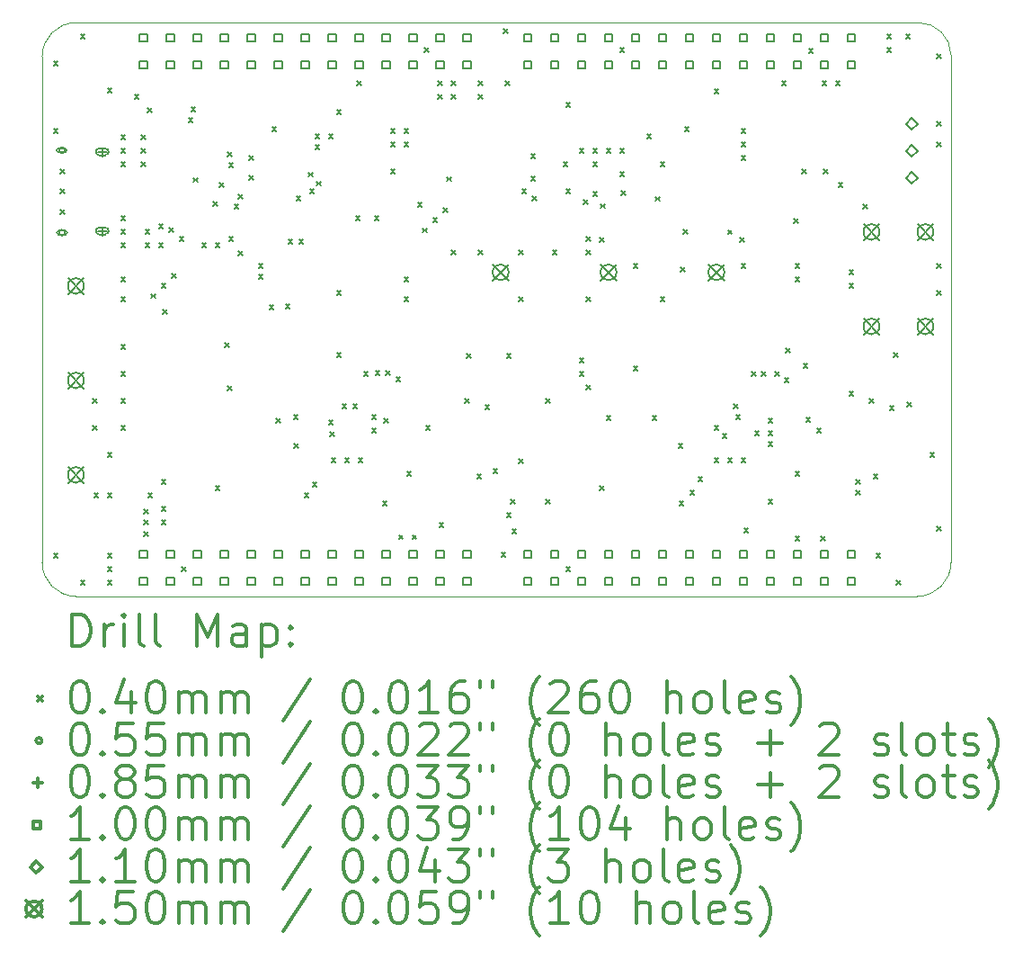
<source format=gbr>
%FSLAX45Y45*%
G04 Gerber Fmt 4.5, Leading zero omitted, Abs format (unit mm)*
G04 Created by KiCad (PCBNEW (5.1.4)-1) date 2019-12-12 19:33:22*
%MOMM*%
%LPD*%
G04 APERTURE LIST*
%ADD10C,0.050000*%
%ADD11C,0.200000*%
%ADD12C,0.300000*%
G04 APERTURE END LIST*
D10*
X12319000Y-4318000D02*
G75*
G02X12624000Y-4623000I0J-305000D01*
G01*
X4381500Y-9715500D02*
G75*
G02X4064000Y-9398000I0J317500D01*
G01*
X4064000Y-4635500D02*
G75*
G02X4381500Y-4318000I317500J0D01*
G01*
X12624000Y-9398000D02*
G75*
G02X12306500Y-9715500I-317500J0D01*
G01*
X12624000Y-4623000D02*
X12624000Y-9398000D01*
X4064000Y-4635500D02*
X4064000Y-9398000D01*
X4381500Y-9715500D02*
X12306500Y-9715500D01*
X4381500Y-4318000D02*
X12319000Y-4318000D01*
D11*
X4171000Y-5314000D02*
X4211000Y-5354000D01*
X4211000Y-5314000D02*
X4171000Y-5354000D01*
X4171000Y-4679000D02*
X4211000Y-4719000D01*
X4211000Y-4679000D02*
X4171000Y-4719000D01*
X4171000Y-9314500D02*
X4211000Y-9354500D01*
X4211000Y-9314500D02*
X4171000Y-9354500D01*
X4234500Y-5695000D02*
X4274500Y-5735000D01*
X4274500Y-5695000D02*
X4234500Y-5735000D01*
X4234500Y-5885500D02*
X4274500Y-5925500D01*
X4274500Y-5885500D02*
X4234500Y-5925500D01*
X4234500Y-6076000D02*
X4274500Y-6116000D01*
X4274500Y-6076000D02*
X4234500Y-6116000D01*
X4425000Y-4425000D02*
X4465000Y-4465000D01*
X4465000Y-4425000D02*
X4425000Y-4465000D01*
X4425000Y-9568500D02*
X4465000Y-9608500D01*
X4465000Y-9568500D02*
X4425000Y-9608500D01*
X4539300Y-7854000D02*
X4579300Y-7894000D01*
X4579300Y-7854000D02*
X4539300Y-7894000D01*
X4539300Y-8108000D02*
X4579300Y-8148000D01*
X4579300Y-8108000D02*
X4539300Y-8148000D01*
X4552000Y-8743000D02*
X4592000Y-8783000D01*
X4592000Y-8743000D02*
X4552000Y-8783000D01*
X4679000Y-4933000D02*
X4719000Y-4973000D01*
X4719000Y-4933000D02*
X4679000Y-4973000D01*
X4679000Y-8362000D02*
X4719000Y-8402000D01*
X4719000Y-8362000D02*
X4679000Y-8402000D01*
X4679000Y-8743000D02*
X4719000Y-8783000D01*
X4719000Y-8743000D02*
X4679000Y-8783000D01*
X4679000Y-9314500D02*
X4719000Y-9354500D01*
X4719000Y-9314500D02*
X4679000Y-9354500D01*
X4679000Y-9441500D02*
X4719000Y-9481500D01*
X4719000Y-9441500D02*
X4679000Y-9481500D01*
X4679000Y-9568500D02*
X4719000Y-9608500D01*
X4719000Y-9568500D02*
X4679000Y-9608500D01*
X4806000Y-5377500D02*
X4846000Y-5417500D01*
X4846000Y-5377500D02*
X4806000Y-5417500D01*
X4806000Y-5504500D02*
X4846000Y-5544500D01*
X4846000Y-5504500D02*
X4806000Y-5544500D01*
X4806000Y-5631500D02*
X4846000Y-5671500D01*
X4846000Y-5631500D02*
X4806000Y-5671500D01*
X4806000Y-6139500D02*
X4846000Y-6179500D01*
X4846000Y-6139500D02*
X4806000Y-6179500D01*
X4806000Y-6266500D02*
X4846000Y-6306500D01*
X4846000Y-6266500D02*
X4806000Y-6306500D01*
X4806000Y-6393500D02*
X4846000Y-6433500D01*
X4846000Y-6393500D02*
X4806000Y-6433500D01*
X4806000Y-6711000D02*
X4846000Y-6751000D01*
X4846000Y-6711000D02*
X4806000Y-6751000D01*
X4806000Y-6901500D02*
X4846000Y-6941500D01*
X4846000Y-6901500D02*
X4806000Y-6941500D01*
X4806000Y-7346000D02*
X4846000Y-7386000D01*
X4846000Y-7346000D02*
X4806000Y-7386000D01*
X4806000Y-7600000D02*
X4846000Y-7640000D01*
X4846000Y-7600000D02*
X4806000Y-7640000D01*
X4806000Y-7854000D02*
X4846000Y-7894000D01*
X4846000Y-7854000D02*
X4806000Y-7894000D01*
X4806000Y-8108000D02*
X4846000Y-8148000D01*
X4846000Y-8108000D02*
X4806000Y-8148000D01*
X4933000Y-4996500D02*
X4973000Y-5036500D01*
X4973000Y-4996500D02*
X4933000Y-5036500D01*
X4996500Y-5377500D02*
X5036500Y-5417500D01*
X5036500Y-5377500D02*
X4996500Y-5417500D01*
X4996500Y-5504500D02*
X5036500Y-5544500D01*
X5036500Y-5504500D02*
X4996500Y-5544500D01*
X4996500Y-5631500D02*
X5036500Y-5671500D01*
X5036500Y-5631500D02*
X4996500Y-5671500D01*
X5021900Y-8895400D02*
X5061900Y-8935400D01*
X5061900Y-8895400D02*
X5021900Y-8935400D01*
X5021900Y-8997000D02*
X5061900Y-9037000D01*
X5061900Y-8997000D02*
X5021900Y-9037000D01*
X5021900Y-9111300D02*
X5061900Y-9151300D01*
X5061900Y-9111300D02*
X5021900Y-9151300D01*
X5034600Y-6266500D02*
X5074600Y-6306500D01*
X5074600Y-6266500D02*
X5034600Y-6306500D01*
X5034600Y-6393500D02*
X5074600Y-6433500D01*
X5074600Y-6393500D02*
X5034600Y-6433500D01*
X5056000Y-5123500D02*
X5096000Y-5163500D01*
X5096000Y-5123500D02*
X5056000Y-5163500D01*
X5060000Y-8743000D02*
X5100000Y-8783000D01*
X5100000Y-8743000D02*
X5060000Y-8783000D01*
X5091890Y-6869610D02*
X5131890Y-6909610D01*
X5131890Y-6869610D02*
X5091890Y-6909610D01*
X5161600Y-6215700D02*
X5201600Y-6255700D01*
X5201600Y-6215700D02*
X5161600Y-6255700D01*
X5161600Y-6393500D02*
X5201600Y-6433500D01*
X5201600Y-6393500D02*
X5161600Y-6433500D01*
X5187000Y-6774500D02*
X5227000Y-6814500D01*
X5227000Y-6774500D02*
X5187000Y-6814500D01*
X5187000Y-8616000D02*
X5227000Y-8656000D01*
X5227000Y-8616000D02*
X5187000Y-8656000D01*
X5187000Y-8870000D02*
X5227000Y-8910000D01*
X5227000Y-8870000D02*
X5187000Y-8910000D01*
X5187000Y-8997000D02*
X5227000Y-9037000D01*
X5227000Y-8997000D02*
X5187000Y-9037000D01*
X5199700Y-7015800D02*
X5239700Y-7055800D01*
X5239700Y-7015800D02*
X5199700Y-7055800D01*
X5259200Y-6249800D02*
X5299200Y-6289800D01*
X5299200Y-6249800D02*
X5259200Y-6289800D01*
X5282250Y-6679250D02*
X5322250Y-6719250D01*
X5322250Y-6679250D02*
X5282250Y-6719250D01*
X5357247Y-6330734D02*
X5397247Y-6370734D01*
X5397247Y-6330734D02*
X5357247Y-6370734D01*
X5377500Y-9441500D02*
X5417500Y-9481500D01*
X5417500Y-9441500D02*
X5377500Y-9481500D01*
X5441000Y-5212400D02*
X5481000Y-5252400D01*
X5481000Y-5212400D02*
X5441000Y-5252400D01*
X5466400Y-5110800D02*
X5506400Y-5150800D01*
X5506400Y-5110800D02*
X5466400Y-5150800D01*
X5486270Y-5776730D02*
X5526270Y-5816730D01*
X5526270Y-5776730D02*
X5486270Y-5816730D01*
X5568000Y-6393500D02*
X5608000Y-6433500D01*
X5608000Y-6393500D02*
X5568000Y-6433500D01*
X5676887Y-6000739D02*
X5716887Y-6040739D01*
X5716887Y-6000739D02*
X5676887Y-6040739D01*
X5695000Y-8679500D02*
X5735000Y-8719500D01*
X5735000Y-8679500D02*
X5695000Y-8719500D01*
X5695844Y-6393497D02*
X5735844Y-6433497D01*
X5735844Y-6393497D02*
X5695844Y-6433497D01*
X5733100Y-5822000D02*
X5773100Y-5862000D01*
X5773100Y-5822000D02*
X5733100Y-5862000D01*
X5783900Y-7333300D02*
X5823900Y-7373300D01*
X5823900Y-7333300D02*
X5783900Y-7373300D01*
X5807690Y-5536002D02*
X5847690Y-5576002D01*
X5847690Y-5536002D02*
X5807690Y-5576002D01*
X5809300Y-7739700D02*
X5849300Y-7779700D01*
X5849300Y-7739700D02*
X5809300Y-7779700D01*
X5821997Y-5638298D02*
X5861997Y-5678298D01*
X5861997Y-5638298D02*
X5821997Y-5678298D01*
X5822000Y-6330002D02*
X5862000Y-6370002D01*
X5862000Y-6330002D02*
X5822000Y-6370002D01*
X5872800Y-6025200D02*
X5912800Y-6065200D01*
X5912800Y-6025200D02*
X5872800Y-6065200D01*
X5910900Y-5936301D02*
X5950900Y-5976301D01*
X5950900Y-5936301D02*
X5910900Y-5976301D01*
X5910900Y-6469700D02*
X5950900Y-6509700D01*
X5950900Y-6469700D02*
X5910900Y-6509700D01*
X6012500Y-5568000D02*
X6052500Y-5608000D01*
X6052500Y-5568000D02*
X6012500Y-5608000D01*
X6012500Y-5758500D02*
X6052500Y-5798500D01*
X6052500Y-5758500D02*
X6012500Y-5798500D01*
X6101400Y-6584000D02*
X6141400Y-6624000D01*
X6141400Y-6584000D02*
X6101400Y-6624000D01*
X6101400Y-6685600D02*
X6141400Y-6725600D01*
X6141400Y-6685600D02*
X6101400Y-6725600D01*
X6203000Y-6977700D02*
X6243000Y-7017700D01*
X6243000Y-6977700D02*
X6203000Y-7017700D01*
X6228400Y-5301300D02*
X6268400Y-5341300D01*
X6268400Y-5301300D02*
X6228400Y-5341300D01*
X6266500Y-8044500D02*
X6306500Y-8084500D01*
X6306500Y-8044500D02*
X6266500Y-8084500D01*
X6355400Y-6965000D02*
X6395400Y-7005000D01*
X6395400Y-6965000D02*
X6355400Y-7005000D01*
X6380800Y-6355400D02*
X6420800Y-6395400D01*
X6420800Y-6355400D02*
X6380800Y-6395400D01*
X6431600Y-8006400D02*
X6471600Y-8046400D01*
X6471600Y-8006400D02*
X6431600Y-8046400D01*
X6436675Y-8278175D02*
X6476675Y-8318175D01*
X6476675Y-8278175D02*
X6436675Y-8318175D01*
X6457002Y-5949000D02*
X6497002Y-5989000D01*
X6497002Y-5949000D02*
X6457002Y-5989000D01*
X6482400Y-6355400D02*
X6522400Y-6395400D01*
X6522400Y-6355400D02*
X6482400Y-6395400D01*
X6533200Y-8743000D02*
X6573200Y-8783000D01*
X6573200Y-8743000D02*
X6533200Y-8783000D01*
X6571300Y-5726750D02*
X6611300Y-5766750D01*
X6611300Y-5726750D02*
X6571300Y-5766750D01*
X6584001Y-5881612D02*
X6624001Y-5921612D01*
X6624001Y-5881612D02*
X6584001Y-5921612D01*
X6609400Y-8641400D02*
X6649400Y-8681400D01*
X6649400Y-8641400D02*
X6609400Y-8681400D01*
X6634800Y-5364800D02*
X6674800Y-5404800D01*
X6674800Y-5364800D02*
X6634800Y-5404800D01*
X6634800Y-5466400D02*
X6674800Y-5506400D01*
X6674800Y-5466400D02*
X6634800Y-5506400D01*
X6649040Y-5812360D02*
X6689040Y-5852360D01*
X6689040Y-5812360D02*
X6649040Y-5852360D01*
X6761800Y-5364800D02*
X6801800Y-5404800D01*
X6801800Y-5364800D02*
X6761800Y-5404800D01*
X6761800Y-8057200D02*
X6801800Y-8097200D01*
X6801800Y-8057200D02*
X6761800Y-8097200D01*
X6774500Y-8171500D02*
X6814500Y-8211500D01*
X6814500Y-8171500D02*
X6774500Y-8211500D01*
X6787200Y-8412800D02*
X6827200Y-8452800D01*
X6827200Y-8412800D02*
X6787200Y-8452800D01*
X6838000Y-5136200D02*
X6878000Y-5176200D01*
X6878000Y-5136200D02*
X6838000Y-5176200D01*
X6838000Y-6838000D02*
X6878000Y-6878000D01*
X6878000Y-6838000D02*
X6838000Y-6878000D01*
X6838000Y-7422200D02*
X6878000Y-7462200D01*
X6878000Y-7422200D02*
X6838000Y-7462200D01*
X6888800Y-7904800D02*
X6928800Y-7944800D01*
X6928800Y-7904800D02*
X6888800Y-7944800D01*
X6914200Y-8412800D02*
X6954200Y-8452800D01*
X6954200Y-8412800D02*
X6914200Y-8452800D01*
X6990399Y-7904800D02*
X7030399Y-7944800D01*
X7030399Y-7904800D02*
X6990399Y-7944800D01*
X7015800Y-6139500D02*
X7055800Y-6179500D01*
X7055800Y-6139500D02*
X7015800Y-6179500D01*
X7028500Y-4869500D02*
X7068500Y-4909500D01*
X7068500Y-4869500D02*
X7028500Y-4909500D01*
X7041200Y-8412800D02*
X7081200Y-8452800D01*
X7081200Y-8412800D02*
X7041200Y-8452800D01*
X7092000Y-7600000D02*
X7132000Y-7640000D01*
X7132000Y-7600000D02*
X7092000Y-7640000D01*
X7168200Y-8006400D02*
X7208200Y-8046400D01*
X7208200Y-8006400D02*
X7168200Y-8046400D01*
X7168200Y-8133400D02*
X7208200Y-8173400D01*
X7208200Y-8133400D02*
X7168200Y-8173400D01*
X7193600Y-6139500D02*
X7233600Y-6179500D01*
X7233600Y-6139500D02*
X7193600Y-6179500D01*
X7203500Y-7591301D02*
X7243500Y-7631301D01*
X7243500Y-7591301D02*
X7203500Y-7631301D01*
X7269800Y-8819200D02*
X7309800Y-8859200D01*
X7309800Y-8819200D02*
X7269800Y-8859200D01*
X7282500Y-8044500D02*
X7322500Y-8084500D01*
X7322500Y-8044500D02*
X7282500Y-8084500D01*
X7300569Y-7592848D02*
X7340569Y-7632848D01*
X7340569Y-7592848D02*
X7300569Y-7632848D01*
X7346000Y-5314000D02*
X7386000Y-5354000D01*
X7386000Y-5314000D02*
X7346000Y-5354000D01*
X7346000Y-5441000D02*
X7386000Y-5481000D01*
X7386000Y-5441000D02*
X7346000Y-5481000D01*
X7346000Y-5695000D02*
X7386000Y-5735000D01*
X7386000Y-5695000D02*
X7346000Y-5735000D01*
X7396800Y-7650801D02*
X7436800Y-7690801D01*
X7436800Y-7650801D02*
X7396800Y-7690801D01*
X7422200Y-9138000D02*
X7462200Y-9178000D01*
X7462200Y-9138000D02*
X7422200Y-9178000D01*
X7473000Y-5314000D02*
X7513000Y-5354000D01*
X7513000Y-5314000D02*
X7473000Y-5354000D01*
X7473000Y-5441000D02*
X7513000Y-5481000D01*
X7513000Y-5441000D02*
X7473000Y-5481000D01*
X7473000Y-6711000D02*
X7513000Y-6751000D01*
X7513000Y-6711000D02*
X7473000Y-6751000D01*
X7473000Y-6901500D02*
X7513000Y-6941500D01*
X7513000Y-6901500D02*
X7473000Y-6941500D01*
X7498400Y-8539800D02*
X7538400Y-8579800D01*
X7538400Y-8539800D02*
X7498400Y-8579800D01*
X7550500Y-9138000D02*
X7590500Y-9178000D01*
X7590500Y-9138000D02*
X7550500Y-9178000D01*
X7600000Y-6012500D02*
X7640000Y-6052500D01*
X7640000Y-6012500D02*
X7600000Y-6052500D01*
X7648750Y-6251750D02*
X7688750Y-6291750D01*
X7688750Y-6251750D02*
X7648750Y-6291750D01*
X7663500Y-4552000D02*
X7703500Y-4592000D01*
X7703500Y-4552000D02*
X7663500Y-4592000D01*
X7676200Y-8108000D02*
X7716200Y-8148000D01*
X7716200Y-8108000D02*
X7676200Y-8148000D01*
X7744000Y-6156500D02*
X7784000Y-6196500D01*
X7784000Y-6156500D02*
X7744000Y-6196500D01*
X7790500Y-4869500D02*
X7830500Y-4909500D01*
X7830500Y-4869500D02*
X7790500Y-4909500D01*
X7790500Y-4996500D02*
X7830500Y-5036500D01*
X7830500Y-4996500D02*
X7790500Y-5036500D01*
X7803200Y-9022400D02*
X7843200Y-9062400D01*
X7843200Y-9022400D02*
X7803200Y-9062400D01*
X7839250Y-6061250D02*
X7879250Y-6101250D01*
X7879250Y-6061250D02*
X7839250Y-6101250D01*
X7876999Y-5769500D02*
X7916999Y-5809500D01*
X7916999Y-5769500D02*
X7876999Y-5809500D01*
X7917500Y-4869500D02*
X7957500Y-4909500D01*
X7957500Y-4869500D02*
X7917500Y-4909500D01*
X7917500Y-4996500D02*
X7957500Y-5036500D01*
X7957500Y-4996500D02*
X7917500Y-5036500D01*
X7917500Y-6457000D02*
X7957500Y-6497000D01*
X7957500Y-6457000D02*
X7917500Y-6497000D01*
X8044500Y-7854000D02*
X8084500Y-7894000D01*
X8084500Y-7854000D02*
X8044500Y-7894000D01*
X8063550Y-7434900D02*
X8103550Y-7474900D01*
X8103550Y-7434900D02*
X8063550Y-7474900D01*
X8158800Y-8565199D02*
X8198800Y-8605199D01*
X8198800Y-8565199D02*
X8158800Y-8605199D01*
X8171500Y-4869500D02*
X8211500Y-4909500D01*
X8211500Y-4869500D02*
X8171500Y-4909500D01*
X8171500Y-4996500D02*
X8211500Y-5036500D01*
X8211500Y-4996500D02*
X8171500Y-5036500D01*
X8171500Y-6457000D02*
X8211500Y-6497000D01*
X8211500Y-6457000D02*
X8171500Y-6497000D01*
X8235000Y-7917500D02*
X8275000Y-7957500D01*
X8275000Y-7917500D02*
X8235000Y-7957500D01*
X8311200Y-8514400D02*
X8351200Y-8554400D01*
X8351200Y-8514400D02*
X8311200Y-8554400D01*
X8387400Y-9301800D02*
X8427400Y-9341800D01*
X8427400Y-9301800D02*
X8387400Y-9341800D01*
X8406450Y-4374200D02*
X8446450Y-4414200D01*
X8446450Y-4374200D02*
X8406450Y-4414200D01*
X8425500Y-4869500D02*
X8465500Y-4909500D01*
X8465500Y-4869500D02*
X8425500Y-4909500D01*
X8438200Y-7434900D02*
X8478200Y-7474900D01*
X8478200Y-7434900D02*
X8438200Y-7474900D01*
X8438200Y-8933500D02*
X8478200Y-8973500D01*
X8478200Y-8933500D02*
X8438200Y-8973500D01*
X8476300Y-8806500D02*
X8516300Y-8846500D01*
X8516300Y-8806500D02*
X8476300Y-8846500D01*
X8489000Y-9085900D02*
X8529000Y-9125900D01*
X8529000Y-9085900D02*
X8489000Y-9125900D01*
X8552500Y-6457000D02*
X8592500Y-6497000D01*
X8592500Y-6457000D02*
X8552500Y-6497000D01*
X8552500Y-6901500D02*
X8592500Y-6941500D01*
X8592500Y-6901500D02*
X8552500Y-6941500D01*
X8552500Y-8425500D02*
X8592500Y-8465500D01*
X8592500Y-8425500D02*
X8552500Y-8465500D01*
X8583353Y-5882769D02*
X8623353Y-5922769D01*
X8623353Y-5882769D02*
X8583353Y-5922769D01*
X8666800Y-5764850D02*
X8706800Y-5804850D01*
X8706800Y-5764850D02*
X8666800Y-5804850D01*
X8666999Y-5556135D02*
X8706999Y-5596135D01*
X8706999Y-5556135D02*
X8666999Y-5596135D01*
X8679500Y-5949000D02*
X8719500Y-5989000D01*
X8719500Y-5949000D02*
X8679500Y-5989000D01*
X8806500Y-7854000D02*
X8846500Y-7894000D01*
X8846500Y-7854000D02*
X8806500Y-7894000D01*
X8806500Y-8806499D02*
X8846500Y-8846499D01*
X8846500Y-8806499D02*
X8806500Y-8846499D01*
X8870000Y-6457000D02*
X8910000Y-6497000D01*
X8910000Y-6457000D02*
X8870000Y-6497000D01*
X8971600Y-5631500D02*
X9011600Y-5671500D01*
X9011600Y-5631500D02*
X8971600Y-5671500D01*
X8997000Y-5072700D02*
X9037000Y-5112700D01*
X9037000Y-5072700D02*
X8997000Y-5112700D01*
X8997000Y-5885500D02*
X9037000Y-5925500D01*
X9037000Y-5885500D02*
X8997000Y-5925500D01*
X8997000Y-9441500D02*
X9037000Y-9481500D01*
X9037000Y-9441500D02*
X8997000Y-9481500D01*
X9124000Y-5504500D02*
X9164000Y-5544500D01*
X9164000Y-5504500D02*
X9124000Y-5544500D01*
X9124000Y-7473000D02*
X9164000Y-7513000D01*
X9164000Y-7473000D02*
X9124000Y-7513000D01*
X9124000Y-7600000D02*
X9164000Y-7640000D01*
X9164000Y-7600000D02*
X9124000Y-7640000D01*
X9162100Y-5987100D02*
X9202100Y-6027100D01*
X9202100Y-5987100D02*
X9162100Y-6027100D01*
X9187500Y-6330000D02*
X9227500Y-6370000D01*
X9227500Y-6330000D02*
X9187500Y-6370000D01*
X9187500Y-6457000D02*
X9227500Y-6497000D01*
X9227500Y-6457000D02*
X9187500Y-6497000D01*
X9187500Y-6901500D02*
X9227500Y-6941500D01*
X9227500Y-6901500D02*
X9187500Y-6941500D01*
X9187500Y-7727000D02*
X9227500Y-7767000D01*
X9227500Y-7727000D02*
X9187500Y-7767000D01*
X9251000Y-5504500D02*
X9291000Y-5544500D01*
X9291000Y-5504500D02*
X9251000Y-5544500D01*
X9251000Y-5631500D02*
X9291000Y-5671500D01*
X9291000Y-5631500D02*
X9251000Y-5671500D01*
X9251000Y-5910900D02*
X9291000Y-5950900D01*
X9291000Y-5910900D02*
X9251000Y-5950900D01*
X9312412Y-6343502D02*
X9352412Y-6383502D01*
X9352412Y-6343502D02*
X9312412Y-6383502D01*
X9314500Y-8679500D02*
X9354500Y-8719500D01*
X9354500Y-8679500D02*
X9314500Y-8719500D01*
X9321616Y-6022730D02*
X9361616Y-6062730D01*
X9361616Y-6022730D02*
X9321616Y-6062730D01*
X9378000Y-5504500D02*
X9418000Y-5544500D01*
X9418000Y-5504500D02*
X9378000Y-5544500D01*
X9378000Y-8019100D02*
X9418000Y-8059100D01*
X9418000Y-8019100D02*
X9378000Y-8059100D01*
X9505000Y-4551999D02*
X9545000Y-4591999D01*
X9545000Y-4551999D02*
X9505000Y-4591999D01*
X9505000Y-5504500D02*
X9545000Y-5544500D01*
X9545000Y-5504500D02*
X9505000Y-5544500D01*
X9505000Y-5720400D02*
X9545000Y-5760400D01*
X9545000Y-5720400D02*
X9505000Y-5760400D01*
X9517700Y-5898200D02*
X9557700Y-5938200D01*
X9557700Y-5898200D02*
X9517700Y-5938200D01*
X9632000Y-6584000D02*
X9672000Y-6624000D01*
X9672000Y-6584000D02*
X9632000Y-6624000D01*
X9632000Y-7549200D02*
X9672000Y-7589200D01*
X9672000Y-7549200D02*
X9632000Y-7589200D01*
X9759000Y-5364800D02*
X9799000Y-5404800D01*
X9799000Y-5364800D02*
X9759000Y-5404800D01*
X9809800Y-8019100D02*
X9849800Y-8059100D01*
X9849800Y-8019100D02*
X9809800Y-8059100D01*
X9841550Y-5955350D02*
X9881550Y-5995350D01*
X9881550Y-5955350D02*
X9841550Y-5995350D01*
X9886000Y-5631500D02*
X9926000Y-5671500D01*
X9926000Y-5631500D02*
X9886000Y-5671500D01*
X9886000Y-6901500D02*
X9926000Y-6941500D01*
X9926000Y-6901500D02*
X9886000Y-6941500D01*
X10056175Y-8278175D02*
X10096175Y-8318175D01*
X10096175Y-8278175D02*
X10056175Y-8318175D01*
X10063800Y-8819200D02*
X10103800Y-8859200D01*
X10103800Y-8819200D02*
X10063800Y-8859200D01*
X10076500Y-6622100D02*
X10116500Y-6662100D01*
X10116500Y-6622100D02*
X10076500Y-6662100D01*
X10101900Y-6266500D02*
X10141900Y-6306500D01*
X10141900Y-6266500D02*
X10101900Y-6306500D01*
X10114600Y-5301300D02*
X10154600Y-5341300D01*
X10154600Y-5301300D02*
X10114600Y-5341300D01*
X10165400Y-8717600D02*
X10205400Y-8757600D01*
X10205400Y-8717600D02*
X10165400Y-8757600D01*
X10241600Y-8590600D02*
X10281600Y-8630600D01*
X10281600Y-8590600D02*
X10241600Y-8630600D01*
X10394000Y-4945700D02*
X10434000Y-4985700D01*
X10434000Y-4945700D02*
X10394000Y-4985700D01*
X10394000Y-8108000D02*
X10434000Y-8148000D01*
X10434000Y-8108000D02*
X10394000Y-8148000D01*
X10394000Y-8412800D02*
X10434000Y-8452800D01*
X10434000Y-8412800D02*
X10394000Y-8452800D01*
X10470200Y-8184200D02*
X10510200Y-8224200D01*
X10510200Y-8184200D02*
X10470200Y-8224200D01*
X10521000Y-6269431D02*
X10561000Y-6309431D01*
X10561000Y-6269431D02*
X10521000Y-6309431D01*
X10521000Y-8412800D02*
X10561000Y-8452800D01*
X10561000Y-8412800D02*
X10521000Y-8452800D01*
X10577276Y-7907368D02*
X10617276Y-7947368D01*
X10617276Y-7907368D02*
X10577276Y-7947368D01*
X10597200Y-8006400D02*
X10637200Y-8046400D01*
X10637200Y-8006400D02*
X10597200Y-8046400D01*
X10637254Y-6340746D02*
X10677254Y-6380746D01*
X10677254Y-6340746D02*
X10637254Y-6380746D01*
X10648000Y-5314000D02*
X10688000Y-5354000D01*
X10688000Y-5314000D02*
X10648000Y-5354000D01*
X10648000Y-5441000D02*
X10688000Y-5481000D01*
X10688000Y-5441000D02*
X10648000Y-5481000D01*
X10648000Y-5568000D02*
X10688000Y-5608000D01*
X10688000Y-5568000D02*
X10648000Y-5608000D01*
X10648000Y-6584000D02*
X10688000Y-6624000D01*
X10688000Y-6584000D02*
X10648000Y-6624000D01*
X10648000Y-8412800D02*
X10688000Y-8452800D01*
X10688000Y-8412800D02*
X10648000Y-8452800D01*
X10673400Y-9073200D02*
X10713400Y-9113200D01*
X10713400Y-9073200D02*
X10673400Y-9113200D01*
X10743500Y-7600000D02*
X10783500Y-7640000D01*
X10783500Y-7600000D02*
X10743500Y-7640000D01*
X10775000Y-8158800D02*
X10815000Y-8198800D01*
X10815000Y-8158800D02*
X10775000Y-8198800D01*
X10838500Y-7600000D02*
X10878500Y-7640000D01*
X10878500Y-7600000D02*
X10838500Y-7640000D01*
X10902000Y-8044500D02*
X10942000Y-8084500D01*
X10942000Y-8044500D02*
X10902000Y-8084500D01*
X10902000Y-8158800D02*
X10942000Y-8198800D01*
X10942000Y-8158800D02*
X10902000Y-8198800D01*
X10902000Y-8260400D02*
X10942000Y-8300400D01*
X10942000Y-8260400D02*
X10902000Y-8300400D01*
X10902000Y-8806500D02*
X10942000Y-8846500D01*
X10942000Y-8806500D02*
X10902000Y-8846500D01*
X10965500Y-7600000D02*
X11005500Y-7640000D01*
X11005500Y-7600000D02*
X10965500Y-7640000D01*
X11029000Y-4869500D02*
X11069000Y-4909500D01*
X11069000Y-4869500D02*
X11029000Y-4909500D01*
X11054400Y-7659499D02*
X11094400Y-7699499D01*
X11094400Y-7659499D02*
X11054400Y-7699499D01*
X11067100Y-7384100D02*
X11107100Y-7424100D01*
X11107100Y-7384100D02*
X11067100Y-7424100D01*
X11143300Y-6164899D02*
X11183300Y-6204899D01*
X11183300Y-6164899D02*
X11143300Y-6204899D01*
X11156000Y-6584000D02*
X11196000Y-6624000D01*
X11196000Y-6584000D02*
X11156000Y-6624000D01*
X11156000Y-6711000D02*
X11196000Y-6751000D01*
X11196000Y-6711000D02*
X11156000Y-6751000D01*
X11156000Y-8539800D02*
X11196000Y-8579800D01*
X11196000Y-8539800D02*
X11156000Y-8579800D01*
X11156000Y-9149400D02*
X11196000Y-9189400D01*
X11196000Y-9149400D02*
X11156000Y-9189400D01*
X11219500Y-5695000D02*
X11259500Y-5735000D01*
X11259500Y-5695000D02*
X11219500Y-5735000D01*
X11232200Y-7523800D02*
X11272200Y-7563800D01*
X11272200Y-7523800D02*
X11232200Y-7563800D01*
X11257600Y-8031800D02*
X11297600Y-8071800D01*
X11297600Y-8031800D02*
X11257600Y-8071800D01*
X11283000Y-4564700D02*
X11323000Y-4604700D01*
X11323000Y-4564700D02*
X11283000Y-4604700D01*
X11359200Y-8133400D02*
X11399200Y-8173400D01*
X11399200Y-8133400D02*
X11359200Y-8173400D01*
X11397300Y-9149400D02*
X11437300Y-9189400D01*
X11437300Y-9149400D02*
X11397300Y-9189400D01*
X11410000Y-4869500D02*
X11450000Y-4909500D01*
X11450000Y-4869500D02*
X11410000Y-4909500D01*
X11422700Y-5695000D02*
X11462700Y-5735000D01*
X11462700Y-5695000D02*
X11422700Y-5735000D01*
X11537000Y-4869500D02*
X11577000Y-4909500D01*
X11577000Y-4869500D02*
X11537000Y-4909500D01*
X11562399Y-5822000D02*
X11602399Y-5862000D01*
X11602399Y-5822000D02*
X11562399Y-5862000D01*
X11664000Y-6647500D02*
X11704000Y-6687500D01*
X11704000Y-6647500D02*
X11664000Y-6687500D01*
X11664000Y-6774500D02*
X11704000Y-6814500D01*
X11704000Y-6774500D02*
X11664000Y-6814500D01*
X11664000Y-7790500D02*
X11704000Y-7830500D01*
X11704000Y-7790500D02*
X11664000Y-7830500D01*
X11727500Y-8616000D02*
X11767500Y-8656000D01*
X11767500Y-8616000D02*
X11727500Y-8656000D01*
X11727500Y-8717600D02*
X11767500Y-8757600D01*
X11767500Y-8717600D02*
X11727500Y-8757600D01*
X11797350Y-6025200D02*
X11837350Y-6065200D01*
X11837350Y-6025200D02*
X11797350Y-6065200D01*
X11854500Y-7854000D02*
X11894500Y-7894000D01*
X11894500Y-7854000D02*
X11854500Y-7894000D01*
X11892600Y-8565200D02*
X11932600Y-8605200D01*
X11932600Y-8565200D02*
X11892600Y-8605200D01*
X11918000Y-9314500D02*
X11958000Y-9354500D01*
X11958000Y-9314500D02*
X11918000Y-9354500D01*
X12019600Y-4425000D02*
X12059600Y-4465000D01*
X12059600Y-4425000D02*
X12019600Y-4465000D01*
X12019600Y-4552000D02*
X12059600Y-4592000D01*
X12059600Y-4552000D02*
X12019600Y-4592000D01*
X12045000Y-7921500D02*
X12085000Y-7961500D01*
X12085000Y-7921500D02*
X12045000Y-7961500D01*
X12083100Y-7422200D02*
X12123100Y-7462200D01*
X12123100Y-7422200D02*
X12083100Y-7462200D01*
X12108500Y-9568500D02*
X12148500Y-9608500D01*
X12148500Y-9568500D02*
X12108500Y-9608500D01*
X12197400Y-4425000D02*
X12237400Y-4465000D01*
X12237400Y-4425000D02*
X12197400Y-4465000D01*
X12212889Y-7889311D02*
X12252889Y-7929311D01*
X12252889Y-7889311D02*
X12212889Y-7929311D01*
X12426000Y-8362000D02*
X12466000Y-8402000D01*
X12466000Y-8362000D02*
X12426000Y-8402000D01*
X12489500Y-4615500D02*
X12529500Y-4655500D01*
X12529500Y-4615500D02*
X12489500Y-4655500D01*
X12489500Y-5250500D02*
X12529500Y-5290500D01*
X12529500Y-5250500D02*
X12489500Y-5290500D01*
X12489500Y-5441000D02*
X12529500Y-5481000D01*
X12529500Y-5441000D02*
X12489500Y-5481000D01*
X12489500Y-6584000D02*
X12529500Y-6624000D01*
X12529500Y-6584000D02*
X12489500Y-6624000D01*
X12489500Y-6838000D02*
X12529500Y-6878000D01*
X12529500Y-6838000D02*
X12489500Y-6878000D01*
X12489500Y-9060500D02*
X12529500Y-9100500D01*
X12529500Y-9060500D02*
X12489500Y-9100500D01*
X4277500Y-5518000D02*
G75*
G03X4277500Y-5518000I-27500J0D01*
G01*
X4282500Y-5500500D02*
X4217500Y-5500500D01*
X4282500Y-5535500D02*
X4217500Y-5535500D01*
X4217500Y-5500500D02*
G75*
G03X4217500Y-5535500I0J-17500D01*
G01*
X4282500Y-5535500D02*
G75*
G03X4282500Y-5500500I0J17500D01*
G01*
X4277500Y-6293000D02*
G75*
G03X4277500Y-6293000I-27500J0D01*
G01*
X4282500Y-6275500D02*
X4217500Y-6275500D01*
X4282500Y-6310500D02*
X4217500Y-6310500D01*
X4217500Y-6275500D02*
G75*
G03X4217500Y-6310500I0J-17500D01*
G01*
X4282500Y-6310500D02*
G75*
G03X4282500Y-6275500I0J17500D01*
G01*
X4630000Y-5490500D02*
X4630000Y-5575500D01*
X4587500Y-5533000D02*
X4672500Y-5533000D01*
X4657500Y-5500500D02*
X4602500Y-5500500D01*
X4657500Y-5565500D02*
X4602500Y-5565500D01*
X4602500Y-5500500D02*
G75*
G03X4602500Y-5565500I0J-32500D01*
G01*
X4657500Y-5565500D02*
G75*
G03X4657500Y-5500500I0J32500D01*
G01*
X4630000Y-6235500D02*
X4630000Y-6320500D01*
X4587500Y-6278000D02*
X4672500Y-6278000D01*
X4657500Y-6245500D02*
X4602500Y-6245500D01*
X4657500Y-6310500D02*
X4602500Y-6310500D01*
X4602500Y-6245500D02*
G75*
G03X4602500Y-6310500I0J-32500D01*
G01*
X4657500Y-6310500D02*
G75*
G03X4657500Y-6245500I0J32500D01*
G01*
X8671356Y-4493056D02*
X8671356Y-4422344D01*
X8600644Y-4422344D01*
X8600644Y-4493056D01*
X8671356Y-4493056D01*
X8671356Y-4747056D02*
X8671356Y-4676344D01*
X8600644Y-4676344D01*
X8600644Y-4747056D01*
X8671356Y-4747056D01*
X8925356Y-4493056D02*
X8925356Y-4422344D01*
X8854644Y-4422344D01*
X8854644Y-4493056D01*
X8925356Y-4493056D01*
X8925356Y-4747056D02*
X8925356Y-4676344D01*
X8854644Y-4676344D01*
X8854644Y-4747056D01*
X8925356Y-4747056D01*
X9179356Y-4493056D02*
X9179356Y-4422344D01*
X9108644Y-4422344D01*
X9108644Y-4493056D01*
X9179356Y-4493056D01*
X9179356Y-4747056D02*
X9179356Y-4676344D01*
X9108644Y-4676344D01*
X9108644Y-4747056D01*
X9179356Y-4747056D01*
X9433356Y-4493056D02*
X9433356Y-4422344D01*
X9362644Y-4422344D01*
X9362644Y-4493056D01*
X9433356Y-4493056D01*
X9433356Y-4747056D02*
X9433356Y-4676344D01*
X9362644Y-4676344D01*
X9362644Y-4747056D01*
X9433356Y-4747056D01*
X9687356Y-4493056D02*
X9687356Y-4422344D01*
X9616644Y-4422344D01*
X9616644Y-4493056D01*
X9687356Y-4493056D01*
X9687356Y-4747056D02*
X9687356Y-4676344D01*
X9616644Y-4676344D01*
X9616644Y-4747056D01*
X9687356Y-4747056D01*
X9941356Y-4493056D02*
X9941356Y-4422344D01*
X9870644Y-4422344D01*
X9870644Y-4493056D01*
X9941356Y-4493056D01*
X9941356Y-4747056D02*
X9941356Y-4676344D01*
X9870644Y-4676344D01*
X9870644Y-4747056D01*
X9941356Y-4747056D01*
X10195356Y-4493056D02*
X10195356Y-4422344D01*
X10124644Y-4422344D01*
X10124644Y-4493056D01*
X10195356Y-4493056D01*
X10195356Y-4747056D02*
X10195356Y-4676344D01*
X10124644Y-4676344D01*
X10124644Y-4747056D01*
X10195356Y-4747056D01*
X10449356Y-4493056D02*
X10449356Y-4422344D01*
X10378644Y-4422344D01*
X10378644Y-4493056D01*
X10449356Y-4493056D01*
X10449356Y-4747056D02*
X10449356Y-4676344D01*
X10378644Y-4676344D01*
X10378644Y-4747056D01*
X10449356Y-4747056D01*
X10703356Y-4493056D02*
X10703356Y-4422344D01*
X10632644Y-4422344D01*
X10632644Y-4493056D01*
X10703356Y-4493056D01*
X10703356Y-4747056D02*
X10703356Y-4676344D01*
X10632644Y-4676344D01*
X10632644Y-4747056D01*
X10703356Y-4747056D01*
X10957356Y-4493056D02*
X10957356Y-4422344D01*
X10886644Y-4422344D01*
X10886644Y-4493056D01*
X10957356Y-4493056D01*
X10957356Y-4747056D02*
X10957356Y-4676344D01*
X10886644Y-4676344D01*
X10886644Y-4747056D01*
X10957356Y-4747056D01*
X11211356Y-4493056D02*
X11211356Y-4422344D01*
X11140644Y-4422344D01*
X11140644Y-4493056D01*
X11211356Y-4493056D01*
X11211356Y-4747056D02*
X11211356Y-4676344D01*
X11140644Y-4676344D01*
X11140644Y-4747056D01*
X11211356Y-4747056D01*
X11465356Y-4493056D02*
X11465356Y-4422344D01*
X11394644Y-4422344D01*
X11394644Y-4493056D01*
X11465356Y-4493056D01*
X11465356Y-4747056D02*
X11465356Y-4676344D01*
X11394644Y-4676344D01*
X11394644Y-4747056D01*
X11465356Y-4747056D01*
X11719356Y-4493056D02*
X11719356Y-4422344D01*
X11648644Y-4422344D01*
X11648644Y-4493056D01*
X11719356Y-4493056D01*
X11719356Y-4747056D02*
X11719356Y-4676344D01*
X11648644Y-4676344D01*
X11648644Y-4747056D01*
X11719356Y-4747056D01*
X5051856Y-4493056D02*
X5051856Y-4422344D01*
X4981144Y-4422344D01*
X4981144Y-4493056D01*
X5051856Y-4493056D01*
X5051856Y-4747056D02*
X5051856Y-4676344D01*
X4981144Y-4676344D01*
X4981144Y-4747056D01*
X5051856Y-4747056D01*
X5305856Y-4493056D02*
X5305856Y-4422344D01*
X5235144Y-4422344D01*
X5235144Y-4493056D01*
X5305856Y-4493056D01*
X5305856Y-4747056D02*
X5305856Y-4676344D01*
X5235144Y-4676344D01*
X5235144Y-4747056D01*
X5305856Y-4747056D01*
X5559856Y-4493056D02*
X5559856Y-4422344D01*
X5489144Y-4422344D01*
X5489144Y-4493056D01*
X5559856Y-4493056D01*
X5559856Y-4747056D02*
X5559856Y-4676344D01*
X5489144Y-4676344D01*
X5489144Y-4747056D01*
X5559856Y-4747056D01*
X5813856Y-4493056D02*
X5813856Y-4422344D01*
X5743144Y-4422344D01*
X5743144Y-4493056D01*
X5813856Y-4493056D01*
X5813856Y-4747056D02*
X5813856Y-4676344D01*
X5743144Y-4676344D01*
X5743144Y-4747056D01*
X5813856Y-4747056D01*
X6067856Y-4493056D02*
X6067856Y-4422344D01*
X5997144Y-4422344D01*
X5997144Y-4493056D01*
X6067856Y-4493056D01*
X6067856Y-4747056D02*
X6067856Y-4676344D01*
X5997144Y-4676344D01*
X5997144Y-4747056D01*
X6067856Y-4747056D01*
X6321856Y-4493056D02*
X6321856Y-4422344D01*
X6251144Y-4422344D01*
X6251144Y-4493056D01*
X6321856Y-4493056D01*
X6321856Y-4747056D02*
X6321856Y-4676344D01*
X6251144Y-4676344D01*
X6251144Y-4747056D01*
X6321856Y-4747056D01*
X6575856Y-4493056D02*
X6575856Y-4422344D01*
X6505144Y-4422344D01*
X6505144Y-4493056D01*
X6575856Y-4493056D01*
X6575856Y-4747056D02*
X6575856Y-4676344D01*
X6505144Y-4676344D01*
X6505144Y-4747056D01*
X6575856Y-4747056D01*
X6829856Y-4493056D02*
X6829856Y-4422344D01*
X6759144Y-4422344D01*
X6759144Y-4493056D01*
X6829856Y-4493056D01*
X6829856Y-4747056D02*
X6829856Y-4676344D01*
X6759144Y-4676344D01*
X6759144Y-4747056D01*
X6829856Y-4747056D01*
X7083856Y-4493056D02*
X7083856Y-4422344D01*
X7013144Y-4422344D01*
X7013144Y-4493056D01*
X7083856Y-4493056D01*
X7083856Y-4747056D02*
X7083856Y-4676344D01*
X7013144Y-4676344D01*
X7013144Y-4747056D01*
X7083856Y-4747056D01*
X7337856Y-4493056D02*
X7337856Y-4422344D01*
X7267144Y-4422344D01*
X7267144Y-4493056D01*
X7337856Y-4493056D01*
X7337856Y-4747056D02*
X7337856Y-4676344D01*
X7267144Y-4676344D01*
X7267144Y-4747056D01*
X7337856Y-4747056D01*
X7591856Y-4493056D02*
X7591856Y-4422344D01*
X7521144Y-4422344D01*
X7521144Y-4493056D01*
X7591856Y-4493056D01*
X7591856Y-4747056D02*
X7591856Y-4676344D01*
X7521144Y-4676344D01*
X7521144Y-4747056D01*
X7591856Y-4747056D01*
X7845856Y-4493056D02*
X7845856Y-4422344D01*
X7775144Y-4422344D01*
X7775144Y-4493056D01*
X7845856Y-4493056D01*
X7845856Y-4747056D02*
X7845856Y-4676344D01*
X7775144Y-4676344D01*
X7775144Y-4747056D01*
X7845856Y-4747056D01*
X8099856Y-4493056D02*
X8099856Y-4422344D01*
X8029144Y-4422344D01*
X8029144Y-4493056D01*
X8099856Y-4493056D01*
X8099856Y-4747056D02*
X8099856Y-4676344D01*
X8029144Y-4676344D01*
X8029144Y-4747056D01*
X8099856Y-4747056D01*
X8671356Y-9357156D02*
X8671356Y-9286444D01*
X8600644Y-9286444D01*
X8600644Y-9357156D01*
X8671356Y-9357156D01*
X8671356Y-9611156D02*
X8671356Y-9540444D01*
X8600644Y-9540444D01*
X8600644Y-9611156D01*
X8671356Y-9611156D01*
X8925356Y-9357156D02*
X8925356Y-9286444D01*
X8854644Y-9286444D01*
X8854644Y-9357156D01*
X8925356Y-9357156D01*
X8925356Y-9611156D02*
X8925356Y-9540444D01*
X8854644Y-9540444D01*
X8854644Y-9611156D01*
X8925356Y-9611156D01*
X9179356Y-9357156D02*
X9179356Y-9286444D01*
X9108644Y-9286444D01*
X9108644Y-9357156D01*
X9179356Y-9357156D01*
X9179356Y-9611156D02*
X9179356Y-9540444D01*
X9108644Y-9540444D01*
X9108644Y-9611156D01*
X9179356Y-9611156D01*
X9433356Y-9357156D02*
X9433356Y-9286444D01*
X9362644Y-9286444D01*
X9362644Y-9357156D01*
X9433356Y-9357156D01*
X9433356Y-9611156D02*
X9433356Y-9540444D01*
X9362644Y-9540444D01*
X9362644Y-9611156D01*
X9433356Y-9611156D01*
X9687356Y-9357156D02*
X9687356Y-9286444D01*
X9616644Y-9286444D01*
X9616644Y-9357156D01*
X9687356Y-9357156D01*
X9687356Y-9611156D02*
X9687356Y-9540444D01*
X9616644Y-9540444D01*
X9616644Y-9611156D01*
X9687356Y-9611156D01*
X9941356Y-9357156D02*
X9941356Y-9286444D01*
X9870644Y-9286444D01*
X9870644Y-9357156D01*
X9941356Y-9357156D01*
X9941356Y-9611156D02*
X9941356Y-9540444D01*
X9870644Y-9540444D01*
X9870644Y-9611156D01*
X9941356Y-9611156D01*
X10195356Y-9357156D02*
X10195356Y-9286444D01*
X10124644Y-9286444D01*
X10124644Y-9357156D01*
X10195356Y-9357156D01*
X10195356Y-9611156D02*
X10195356Y-9540444D01*
X10124644Y-9540444D01*
X10124644Y-9611156D01*
X10195356Y-9611156D01*
X10449356Y-9357156D02*
X10449356Y-9286444D01*
X10378644Y-9286444D01*
X10378644Y-9357156D01*
X10449356Y-9357156D01*
X10449356Y-9611156D02*
X10449356Y-9540444D01*
X10378644Y-9540444D01*
X10378644Y-9611156D01*
X10449356Y-9611156D01*
X10703356Y-9357156D02*
X10703356Y-9286444D01*
X10632644Y-9286444D01*
X10632644Y-9357156D01*
X10703356Y-9357156D01*
X10703356Y-9611156D02*
X10703356Y-9540444D01*
X10632644Y-9540444D01*
X10632644Y-9611156D01*
X10703356Y-9611156D01*
X10957356Y-9357156D02*
X10957356Y-9286444D01*
X10886644Y-9286444D01*
X10886644Y-9357156D01*
X10957356Y-9357156D01*
X10957356Y-9611156D02*
X10957356Y-9540444D01*
X10886644Y-9540444D01*
X10886644Y-9611156D01*
X10957356Y-9611156D01*
X11211356Y-9357156D02*
X11211356Y-9286444D01*
X11140644Y-9286444D01*
X11140644Y-9357156D01*
X11211356Y-9357156D01*
X11211356Y-9611156D02*
X11211356Y-9540444D01*
X11140644Y-9540444D01*
X11140644Y-9611156D01*
X11211356Y-9611156D01*
X11465356Y-9357156D02*
X11465356Y-9286444D01*
X11394644Y-9286444D01*
X11394644Y-9357156D01*
X11465356Y-9357156D01*
X11465356Y-9611156D02*
X11465356Y-9540444D01*
X11394644Y-9540444D01*
X11394644Y-9611156D01*
X11465356Y-9611156D01*
X11719356Y-9357156D02*
X11719356Y-9286444D01*
X11648644Y-9286444D01*
X11648644Y-9357156D01*
X11719356Y-9357156D01*
X11719356Y-9611156D02*
X11719356Y-9540444D01*
X11648644Y-9540444D01*
X11648644Y-9611156D01*
X11719356Y-9611156D01*
X5051856Y-9357156D02*
X5051856Y-9286444D01*
X4981144Y-9286444D01*
X4981144Y-9357156D01*
X5051856Y-9357156D01*
X5051856Y-9611156D02*
X5051856Y-9540444D01*
X4981144Y-9540444D01*
X4981144Y-9611156D01*
X5051856Y-9611156D01*
X5305856Y-9357156D02*
X5305856Y-9286444D01*
X5235144Y-9286444D01*
X5235144Y-9357156D01*
X5305856Y-9357156D01*
X5305856Y-9611156D02*
X5305856Y-9540444D01*
X5235144Y-9540444D01*
X5235144Y-9611156D01*
X5305856Y-9611156D01*
X5559856Y-9357156D02*
X5559856Y-9286444D01*
X5489144Y-9286444D01*
X5489144Y-9357156D01*
X5559856Y-9357156D01*
X5559856Y-9611156D02*
X5559856Y-9540444D01*
X5489144Y-9540444D01*
X5489144Y-9611156D01*
X5559856Y-9611156D01*
X5813856Y-9357156D02*
X5813856Y-9286444D01*
X5743144Y-9286444D01*
X5743144Y-9357156D01*
X5813856Y-9357156D01*
X5813856Y-9611156D02*
X5813856Y-9540444D01*
X5743144Y-9540444D01*
X5743144Y-9611156D01*
X5813856Y-9611156D01*
X6067856Y-9357156D02*
X6067856Y-9286444D01*
X5997144Y-9286444D01*
X5997144Y-9357156D01*
X6067856Y-9357156D01*
X6067856Y-9611156D02*
X6067856Y-9540444D01*
X5997144Y-9540444D01*
X5997144Y-9611156D01*
X6067856Y-9611156D01*
X6321856Y-9357156D02*
X6321856Y-9286444D01*
X6251144Y-9286444D01*
X6251144Y-9357156D01*
X6321856Y-9357156D01*
X6321856Y-9611156D02*
X6321856Y-9540444D01*
X6251144Y-9540444D01*
X6251144Y-9611156D01*
X6321856Y-9611156D01*
X6575856Y-9357156D02*
X6575856Y-9286444D01*
X6505144Y-9286444D01*
X6505144Y-9357156D01*
X6575856Y-9357156D01*
X6575856Y-9611156D02*
X6575856Y-9540444D01*
X6505144Y-9540444D01*
X6505144Y-9611156D01*
X6575856Y-9611156D01*
X6829856Y-9357156D02*
X6829856Y-9286444D01*
X6759144Y-9286444D01*
X6759144Y-9357156D01*
X6829856Y-9357156D01*
X6829856Y-9611156D02*
X6829856Y-9540444D01*
X6759144Y-9540444D01*
X6759144Y-9611156D01*
X6829856Y-9611156D01*
X7083856Y-9357156D02*
X7083856Y-9286444D01*
X7013144Y-9286444D01*
X7013144Y-9357156D01*
X7083856Y-9357156D01*
X7083856Y-9611156D02*
X7083856Y-9540444D01*
X7013144Y-9540444D01*
X7013144Y-9611156D01*
X7083856Y-9611156D01*
X7337856Y-9357156D02*
X7337856Y-9286444D01*
X7267144Y-9286444D01*
X7267144Y-9357156D01*
X7337856Y-9357156D01*
X7337856Y-9611156D02*
X7337856Y-9540444D01*
X7267144Y-9540444D01*
X7267144Y-9611156D01*
X7337856Y-9611156D01*
X7591856Y-9357156D02*
X7591856Y-9286444D01*
X7521144Y-9286444D01*
X7521144Y-9357156D01*
X7591856Y-9357156D01*
X7591856Y-9611156D02*
X7591856Y-9540444D01*
X7521144Y-9540444D01*
X7521144Y-9611156D01*
X7591856Y-9611156D01*
X7845856Y-9357156D02*
X7845856Y-9286444D01*
X7775144Y-9286444D01*
X7775144Y-9357156D01*
X7845856Y-9357156D01*
X7845856Y-9611156D02*
X7845856Y-9540444D01*
X7775144Y-9540444D01*
X7775144Y-9611156D01*
X7845856Y-9611156D01*
X8099856Y-9357156D02*
X8099856Y-9286444D01*
X8029144Y-9286444D01*
X8029144Y-9357156D01*
X8099856Y-9357156D01*
X8099856Y-9611156D02*
X8099856Y-9540444D01*
X8029144Y-9540444D01*
X8029144Y-9611156D01*
X8099856Y-9611156D01*
X12255500Y-5325500D02*
X12310500Y-5270500D01*
X12255500Y-5215500D01*
X12200500Y-5270500D01*
X12255500Y-5325500D01*
X12255500Y-5579500D02*
X12310500Y-5524500D01*
X12255500Y-5469500D01*
X12200500Y-5524500D01*
X12255500Y-5579500D01*
X12255500Y-5833500D02*
X12310500Y-5778500D01*
X12255500Y-5723500D01*
X12200500Y-5778500D01*
X12255500Y-5833500D01*
X11799500Y-7100500D02*
X11949500Y-7250500D01*
X11949500Y-7100500D02*
X11799500Y-7250500D01*
X11949500Y-7175500D02*
G75*
G03X11949500Y-7175500I-75000J0D01*
G01*
X4306500Y-6719500D02*
X4456500Y-6869500D01*
X4456500Y-6719500D02*
X4306500Y-6869500D01*
X4456500Y-6794500D02*
G75*
G03X4456500Y-6794500I-75000J0D01*
G01*
X8307000Y-6592500D02*
X8457000Y-6742500D01*
X8457000Y-6592500D02*
X8307000Y-6742500D01*
X8457000Y-6667500D02*
G75*
G03X8457000Y-6667500I-75000J0D01*
G01*
X4306500Y-7608500D02*
X4456500Y-7758500D01*
X4456500Y-7608500D02*
X4306500Y-7758500D01*
X4456500Y-7683500D02*
G75*
G03X4456500Y-7683500I-75000J0D01*
G01*
X4306500Y-8497500D02*
X4456500Y-8647500D01*
X4456500Y-8497500D02*
X4306500Y-8647500D01*
X4456500Y-8572500D02*
G75*
G03X4456500Y-8572500I-75000J0D01*
G01*
X12307500Y-7100500D02*
X12457500Y-7250500D01*
X12457500Y-7100500D02*
X12307500Y-7250500D01*
X12457500Y-7175500D02*
G75*
G03X12457500Y-7175500I-75000J0D01*
G01*
X9323000Y-6592500D02*
X9473000Y-6742500D01*
X9473000Y-6592500D02*
X9323000Y-6742500D01*
X9473000Y-6667500D02*
G75*
G03X9473000Y-6667500I-75000J0D01*
G01*
X11799500Y-6211500D02*
X11949500Y-6361500D01*
X11949500Y-6211500D02*
X11799500Y-6361500D01*
X11949500Y-6286500D02*
G75*
G03X11949500Y-6286500I-75000J0D01*
G01*
X12307500Y-6211500D02*
X12457500Y-6361500D01*
X12457500Y-6211500D02*
X12307500Y-6361500D01*
X12457500Y-6286500D02*
G75*
G03X12457500Y-6286500I-75000J0D01*
G01*
X10339000Y-6592500D02*
X10489000Y-6742500D01*
X10489000Y-6592500D02*
X10339000Y-6742500D01*
X10489000Y-6667500D02*
G75*
G03X10489000Y-6667500I-75000J0D01*
G01*
D12*
X4347928Y-10183714D02*
X4347928Y-9883714D01*
X4419357Y-9883714D01*
X4462214Y-9898000D01*
X4490786Y-9926572D01*
X4505071Y-9955143D01*
X4519357Y-10012286D01*
X4519357Y-10055143D01*
X4505071Y-10112286D01*
X4490786Y-10140857D01*
X4462214Y-10169429D01*
X4419357Y-10183714D01*
X4347928Y-10183714D01*
X4647928Y-10183714D02*
X4647928Y-9983714D01*
X4647928Y-10040857D02*
X4662214Y-10012286D01*
X4676500Y-9998000D01*
X4705071Y-9983714D01*
X4733643Y-9983714D01*
X4833643Y-10183714D02*
X4833643Y-9983714D01*
X4833643Y-9883714D02*
X4819357Y-9898000D01*
X4833643Y-9912286D01*
X4847928Y-9898000D01*
X4833643Y-9883714D01*
X4833643Y-9912286D01*
X5019357Y-10183714D02*
X4990786Y-10169429D01*
X4976500Y-10140857D01*
X4976500Y-9883714D01*
X5176500Y-10183714D02*
X5147928Y-10169429D01*
X5133643Y-10140857D01*
X5133643Y-9883714D01*
X5519357Y-10183714D02*
X5519357Y-9883714D01*
X5619357Y-10098000D01*
X5719357Y-9883714D01*
X5719357Y-10183714D01*
X5990786Y-10183714D02*
X5990786Y-10026572D01*
X5976500Y-9998000D01*
X5947928Y-9983714D01*
X5890786Y-9983714D01*
X5862214Y-9998000D01*
X5990786Y-10169429D02*
X5962214Y-10183714D01*
X5890786Y-10183714D01*
X5862214Y-10169429D01*
X5847928Y-10140857D01*
X5847928Y-10112286D01*
X5862214Y-10083714D01*
X5890786Y-10069429D01*
X5962214Y-10069429D01*
X5990786Y-10055143D01*
X6133643Y-9983714D02*
X6133643Y-10283714D01*
X6133643Y-9998000D02*
X6162214Y-9983714D01*
X6219357Y-9983714D01*
X6247928Y-9998000D01*
X6262214Y-10012286D01*
X6276500Y-10040857D01*
X6276500Y-10126572D01*
X6262214Y-10155143D01*
X6247928Y-10169429D01*
X6219357Y-10183714D01*
X6162214Y-10183714D01*
X6133643Y-10169429D01*
X6405071Y-10155143D02*
X6419357Y-10169429D01*
X6405071Y-10183714D01*
X6390786Y-10169429D01*
X6405071Y-10155143D01*
X6405071Y-10183714D01*
X6405071Y-9998000D02*
X6419357Y-10012286D01*
X6405071Y-10026572D01*
X6390786Y-10012286D01*
X6405071Y-9998000D01*
X6405071Y-10026572D01*
X4021500Y-10658000D02*
X4061500Y-10698000D01*
X4061500Y-10658000D02*
X4021500Y-10698000D01*
X4405071Y-10513714D02*
X4433643Y-10513714D01*
X4462214Y-10528000D01*
X4476500Y-10542286D01*
X4490786Y-10570857D01*
X4505071Y-10628000D01*
X4505071Y-10699429D01*
X4490786Y-10756572D01*
X4476500Y-10785143D01*
X4462214Y-10799429D01*
X4433643Y-10813714D01*
X4405071Y-10813714D01*
X4376500Y-10799429D01*
X4362214Y-10785143D01*
X4347928Y-10756572D01*
X4333643Y-10699429D01*
X4333643Y-10628000D01*
X4347928Y-10570857D01*
X4362214Y-10542286D01*
X4376500Y-10528000D01*
X4405071Y-10513714D01*
X4633643Y-10785143D02*
X4647928Y-10799429D01*
X4633643Y-10813714D01*
X4619357Y-10799429D01*
X4633643Y-10785143D01*
X4633643Y-10813714D01*
X4905071Y-10613714D02*
X4905071Y-10813714D01*
X4833643Y-10499429D02*
X4762214Y-10713714D01*
X4947928Y-10713714D01*
X5119357Y-10513714D02*
X5147928Y-10513714D01*
X5176500Y-10528000D01*
X5190786Y-10542286D01*
X5205071Y-10570857D01*
X5219357Y-10628000D01*
X5219357Y-10699429D01*
X5205071Y-10756572D01*
X5190786Y-10785143D01*
X5176500Y-10799429D01*
X5147928Y-10813714D01*
X5119357Y-10813714D01*
X5090786Y-10799429D01*
X5076500Y-10785143D01*
X5062214Y-10756572D01*
X5047928Y-10699429D01*
X5047928Y-10628000D01*
X5062214Y-10570857D01*
X5076500Y-10542286D01*
X5090786Y-10528000D01*
X5119357Y-10513714D01*
X5347928Y-10813714D02*
X5347928Y-10613714D01*
X5347928Y-10642286D02*
X5362214Y-10628000D01*
X5390786Y-10613714D01*
X5433643Y-10613714D01*
X5462214Y-10628000D01*
X5476500Y-10656572D01*
X5476500Y-10813714D01*
X5476500Y-10656572D02*
X5490786Y-10628000D01*
X5519357Y-10613714D01*
X5562214Y-10613714D01*
X5590786Y-10628000D01*
X5605071Y-10656572D01*
X5605071Y-10813714D01*
X5747928Y-10813714D02*
X5747928Y-10613714D01*
X5747928Y-10642286D02*
X5762214Y-10628000D01*
X5790786Y-10613714D01*
X5833643Y-10613714D01*
X5862214Y-10628000D01*
X5876500Y-10656572D01*
X5876500Y-10813714D01*
X5876500Y-10656572D02*
X5890786Y-10628000D01*
X5919357Y-10613714D01*
X5962214Y-10613714D01*
X5990786Y-10628000D01*
X6005071Y-10656572D01*
X6005071Y-10813714D01*
X6590786Y-10499429D02*
X6333643Y-10885143D01*
X6976500Y-10513714D02*
X7005071Y-10513714D01*
X7033643Y-10528000D01*
X7047928Y-10542286D01*
X7062214Y-10570857D01*
X7076500Y-10628000D01*
X7076500Y-10699429D01*
X7062214Y-10756572D01*
X7047928Y-10785143D01*
X7033643Y-10799429D01*
X7005071Y-10813714D01*
X6976500Y-10813714D01*
X6947928Y-10799429D01*
X6933643Y-10785143D01*
X6919357Y-10756572D01*
X6905071Y-10699429D01*
X6905071Y-10628000D01*
X6919357Y-10570857D01*
X6933643Y-10542286D01*
X6947928Y-10528000D01*
X6976500Y-10513714D01*
X7205071Y-10785143D02*
X7219357Y-10799429D01*
X7205071Y-10813714D01*
X7190786Y-10799429D01*
X7205071Y-10785143D01*
X7205071Y-10813714D01*
X7405071Y-10513714D02*
X7433643Y-10513714D01*
X7462214Y-10528000D01*
X7476500Y-10542286D01*
X7490786Y-10570857D01*
X7505071Y-10628000D01*
X7505071Y-10699429D01*
X7490786Y-10756572D01*
X7476500Y-10785143D01*
X7462214Y-10799429D01*
X7433643Y-10813714D01*
X7405071Y-10813714D01*
X7376500Y-10799429D01*
X7362214Y-10785143D01*
X7347928Y-10756572D01*
X7333643Y-10699429D01*
X7333643Y-10628000D01*
X7347928Y-10570857D01*
X7362214Y-10542286D01*
X7376500Y-10528000D01*
X7405071Y-10513714D01*
X7790786Y-10813714D02*
X7619357Y-10813714D01*
X7705071Y-10813714D02*
X7705071Y-10513714D01*
X7676500Y-10556572D01*
X7647928Y-10585143D01*
X7619357Y-10599429D01*
X8047928Y-10513714D02*
X7990786Y-10513714D01*
X7962214Y-10528000D01*
X7947928Y-10542286D01*
X7919357Y-10585143D01*
X7905071Y-10642286D01*
X7905071Y-10756572D01*
X7919357Y-10785143D01*
X7933643Y-10799429D01*
X7962214Y-10813714D01*
X8019357Y-10813714D01*
X8047928Y-10799429D01*
X8062214Y-10785143D01*
X8076500Y-10756572D01*
X8076500Y-10685143D01*
X8062214Y-10656572D01*
X8047928Y-10642286D01*
X8019357Y-10628000D01*
X7962214Y-10628000D01*
X7933643Y-10642286D01*
X7919357Y-10656572D01*
X7905071Y-10685143D01*
X8190786Y-10513714D02*
X8190786Y-10570857D01*
X8305071Y-10513714D02*
X8305071Y-10570857D01*
X8747928Y-10928000D02*
X8733643Y-10913714D01*
X8705071Y-10870857D01*
X8690786Y-10842286D01*
X8676500Y-10799429D01*
X8662214Y-10728000D01*
X8662214Y-10670857D01*
X8676500Y-10599429D01*
X8690786Y-10556572D01*
X8705071Y-10528000D01*
X8733643Y-10485143D01*
X8747928Y-10470857D01*
X8847928Y-10542286D02*
X8862214Y-10528000D01*
X8890786Y-10513714D01*
X8962214Y-10513714D01*
X8990786Y-10528000D01*
X9005071Y-10542286D01*
X9019357Y-10570857D01*
X9019357Y-10599429D01*
X9005071Y-10642286D01*
X8833643Y-10813714D01*
X9019357Y-10813714D01*
X9276500Y-10513714D02*
X9219357Y-10513714D01*
X9190786Y-10528000D01*
X9176500Y-10542286D01*
X9147928Y-10585143D01*
X9133643Y-10642286D01*
X9133643Y-10756572D01*
X9147928Y-10785143D01*
X9162214Y-10799429D01*
X9190786Y-10813714D01*
X9247928Y-10813714D01*
X9276500Y-10799429D01*
X9290786Y-10785143D01*
X9305071Y-10756572D01*
X9305071Y-10685143D01*
X9290786Y-10656572D01*
X9276500Y-10642286D01*
X9247928Y-10628000D01*
X9190786Y-10628000D01*
X9162214Y-10642286D01*
X9147928Y-10656572D01*
X9133643Y-10685143D01*
X9490786Y-10513714D02*
X9519357Y-10513714D01*
X9547928Y-10528000D01*
X9562214Y-10542286D01*
X9576500Y-10570857D01*
X9590786Y-10628000D01*
X9590786Y-10699429D01*
X9576500Y-10756572D01*
X9562214Y-10785143D01*
X9547928Y-10799429D01*
X9519357Y-10813714D01*
X9490786Y-10813714D01*
X9462214Y-10799429D01*
X9447928Y-10785143D01*
X9433643Y-10756572D01*
X9419357Y-10699429D01*
X9419357Y-10628000D01*
X9433643Y-10570857D01*
X9447928Y-10542286D01*
X9462214Y-10528000D01*
X9490786Y-10513714D01*
X9947928Y-10813714D02*
X9947928Y-10513714D01*
X10076500Y-10813714D02*
X10076500Y-10656572D01*
X10062214Y-10628000D01*
X10033643Y-10613714D01*
X9990786Y-10613714D01*
X9962214Y-10628000D01*
X9947928Y-10642286D01*
X10262214Y-10813714D02*
X10233643Y-10799429D01*
X10219357Y-10785143D01*
X10205071Y-10756572D01*
X10205071Y-10670857D01*
X10219357Y-10642286D01*
X10233643Y-10628000D01*
X10262214Y-10613714D01*
X10305071Y-10613714D01*
X10333643Y-10628000D01*
X10347928Y-10642286D01*
X10362214Y-10670857D01*
X10362214Y-10756572D01*
X10347928Y-10785143D01*
X10333643Y-10799429D01*
X10305071Y-10813714D01*
X10262214Y-10813714D01*
X10533643Y-10813714D02*
X10505071Y-10799429D01*
X10490786Y-10770857D01*
X10490786Y-10513714D01*
X10762214Y-10799429D02*
X10733643Y-10813714D01*
X10676500Y-10813714D01*
X10647928Y-10799429D01*
X10633643Y-10770857D01*
X10633643Y-10656572D01*
X10647928Y-10628000D01*
X10676500Y-10613714D01*
X10733643Y-10613714D01*
X10762214Y-10628000D01*
X10776500Y-10656572D01*
X10776500Y-10685143D01*
X10633643Y-10713714D01*
X10890786Y-10799429D02*
X10919357Y-10813714D01*
X10976500Y-10813714D01*
X11005071Y-10799429D01*
X11019357Y-10770857D01*
X11019357Y-10756572D01*
X11005071Y-10728000D01*
X10976500Y-10713714D01*
X10933643Y-10713714D01*
X10905071Y-10699429D01*
X10890786Y-10670857D01*
X10890786Y-10656572D01*
X10905071Y-10628000D01*
X10933643Y-10613714D01*
X10976500Y-10613714D01*
X11005071Y-10628000D01*
X11119357Y-10928000D02*
X11133643Y-10913714D01*
X11162214Y-10870857D01*
X11176500Y-10842286D01*
X11190786Y-10799429D01*
X11205071Y-10728000D01*
X11205071Y-10670857D01*
X11190786Y-10599429D01*
X11176500Y-10556572D01*
X11162214Y-10528000D01*
X11133643Y-10485143D01*
X11119357Y-10470857D01*
X4061500Y-11074000D02*
G75*
G03X4061500Y-11074000I-27500J0D01*
G01*
X4405071Y-10909714D02*
X4433643Y-10909714D01*
X4462214Y-10924000D01*
X4476500Y-10938286D01*
X4490786Y-10966857D01*
X4505071Y-11024000D01*
X4505071Y-11095429D01*
X4490786Y-11152572D01*
X4476500Y-11181143D01*
X4462214Y-11195429D01*
X4433643Y-11209714D01*
X4405071Y-11209714D01*
X4376500Y-11195429D01*
X4362214Y-11181143D01*
X4347928Y-11152572D01*
X4333643Y-11095429D01*
X4333643Y-11024000D01*
X4347928Y-10966857D01*
X4362214Y-10938286D01*
X4376500Y-10924000D01*
X4405071Y-10909714D01*
X4633643Y-11181143D02*
X4647928Y-11195429D01*
X4633643Y-11209714D01*
X4619357Y-11195429D01*
X4633643Y-11181143D01*
X4633643Y-11209714D01*
X4919357Y-10909714D02*
X4776500Y-10909714D01*
X4762214Y-11052572D01*
X4776500Y-11038286D01*
X4805071Y-11024000D01*
X4876500Y-11024000D01*
X4905071Y-11038286D01*
X4919357Y-11052572D01*
X4933643Y-11081143D01*
X4933643Y-11152572D01*
X4919357Y-11181143D01*
X4905071Y-11195429D01*
X4876500Y-11209714D01*
X4805071Y-11209714D01*
X4776500Y-11195429D01*
X4762214Y-11181143D01*
X5205071Y-10909714D02*
X5062214Y-10909714D01*
X5047928Y-11052572D01*
X5062214Y-11038286D01*
X5090786Y-11024000D01*
X5162214Y-11024000D01*
X5190786Y-11038286D01*
X5205071Y-11052572D01*
X5219357Y-11081143D01*
X5219357Y-11152572D01*
X5205071Y-11181143D01*
X5190786Y-11195429D01*
X5162214Y-11209714D01*
X5090786Y-11209714D01*
X5062214Y-11195429D01*
X5047928Y-11181143D01*
X5347928Y-11209714D02*
X5347928Y-11009714D01*
X5347928Y-11038286D02*
X5362214Y-11024000D01*
X5390786Y-11009714D01*
X5433643Y-11009714D01*
X5462214Y-11024000D01*
X5476500Y-11052572D01*
X5476500Y-11209714D01*
X5476500Y-11052572D02*
X5490786Y-11024000D01*
X5519357Y-11009714D01*
X5562214Y-11009714D01*
X5590786Y-11024000D01*
X5605071Y-11052572D01*
X5605071Y-11209714D01*
X5747928Y-11209714D02*
X5747928Y-11009714D01*
X5747928Y-11038286D02*
X5762214Y-11024000D01*
X5790786Y-11009714D01*
X5833643Y-11009714D01*
X5862214Y-11024000D01*
X5876500Y-11052572D01*
X5876500Y-11209714D01*
X5876500Y-11052572D02*
X5890786Y-11024000D01*
X5919357Y-11009714D01*
X5962214Y-11009714D01*
X5990786Y-11024000D01*
X6005071Y-11052572D01*
X6005071Y-11209714D01*
X6590786Y-10895429D02*
X6333643Y-11281143D01*
X6976500Y-10909714D02*
X7005071Y-10909714D01*
X7033643Y-10924000D01*
X7047928Y-10938286D01*
X7062214Y-10966857D01*
X7076500Y-11024000D01*
X7076500Y-11095429D01*
X7062214Y-11152572D01*
X7047928Y-11181143D01*
X7033643Y-11195429D01*
X7005071Y-11209714D01*
X6976500Y-11209714D01*
X6947928Y-11195429D01*
X6933643Y-11181143D01*
X6919357Y-11152572D01*
X6905071Y-11095429D01*
X6905071Y-11024000D01*
X6919357Y-10966857D01*
X6933643Y-10938286D01*
X6947928Y-10924000D01*
X6976500Y-10909714D01*
X7205071Y-11181143D02*
X7219357Y-11195429D01*
X7205071Y-11209714D01*
X7190786Y-11195429D01*
X7205071Y-11181143D01*
X7205071Y-11209714D01*
X7405071Y-10909714D02*
X7433643Y-10909714D01*
X7462214Y-10924000D01*
X7476500Y-10938286D01*
X7490786Y-10966857D01*
X7505071Y-11024000D01*
X7505071Y-11095429D01*
X7490786Y-11152572D01*
X7476500Y-11181143D01*
X7462214Y-11195429D01*
X7433643Y-11209714D01*
X7405071Y-11209714D01*
X7376500Y-11195429D01*
X7362214Y-11181143D01*
X7347928Y-11152572D01*
X7333643Y-11095429D01*
X7333643Y-11024000D01*
X7347928Y-10966857D01*
X7362214Y-10938286D01*
X7376500Y-10924000D01*
X7405071Y-10909714D01*
X7619357Y-10938286D02*
X7633643Y-10924000D01*
X7662214Y-10909714D01*
X7733643Y-10909714D01*
X7762214Y-10924000D01*
X7776500Y-10938286D01*
X7790786Y-10966857D01*
X7790786Y-10995429D01*
X7776500Y-11038286D01*
X7605071Y-11209714D01*
X7790786Y-11209714D01*
X7905071Y-10938286D02*
X7919357Y-10924000D01*
X7947928Y-10909714D01*
X8019357Y-10909714D01*
X8047928Y-10924000D01*
X8062214Y-10938286D01*
X8076500Y-10966857D01*
X8076500Y-10995429D01*
X8062214Y-11038286D01*
X7890786Y-11209714D01*
X8076500Y-11209714D01*
X8190786Y-10909714D02*
X8190786Y-10966857D01*
X8305071Y-10909714D02*
X8305071Y-10966857D01*
X8747928Y-11324000D02*
X8733643Y-11309714D01*
X8705071Y-11266857D01*
X8690786Y-11238286D01*
X8676500Y-11195429D01*
X8662214Y-11124000D01*
X8662214Y-11066857D01*
X8676500Y-10995429D01*
X8690786Y-10952572D01*
X8705071Y-10924000D01*
X8733643Y-10881143D01*
X8747928Y-10866857D01*
X8919357Y-10909714D02*
X8947928Y-10909714D01*
X8976500Y-10924000D01*
X8990786Y-10938286D01*
X9005071Y-10966857D01*
X9019357Y-11024000D01*
X9019357Y-11095429D01*
X9005071Y-11152572D01*
X8990786Y-11181143D01*
X8976500Y-11195429D01*
X8947928Y-11209714D01*
X8919357Y-11209714D01*
X8890786Y-11195429D01*
X8876500Y-11181143D01*
X8862214Y-11152572D01*
X8847928Y-11095429D01*
X8847928Y-11024000D01*
X8862214Y-10966857D01*
X8876500Y-10938286D01*
X8890786Y-10924000D01*
X8919357Y-10909714D01*
X9376500Y-11209714D02*
X9376500Y-10909714D01*
X9505071Y-11209714D02*
X9505071Y-11052572D01*
X9490786Y-11024000D01*
X9462214Y-11009714D01*
X9419357Y-11009714D01*
X9390786Y-11024000D01*
X9376500Y-11038286D01*
X9690786Y-11209714D02*
X9662214Y-11195429D01*
X9647928Y-11181143D01*
X9633643Y-11152572D01*
X9633643Y-11066857D01*
X9647928Y-11038286D01*
X9662214Y-11024000D01*
X9690786Y-11009714D01*
X9733643Y-11009714D01*
X9762214Y-11024000D01*
X9776500Y-11038286D01*
X9790786Y-11066857D01*
X9790786Y-11152572D01*
X9776500Y-11181143D01*
X9762214Y-11195429D01*
X9733643Y-11209714D01*
X9690786Y-11209714D01*
X9962214Y-11209714D02*
X9933643Y-11195429D01*
X9919357Y-11166857D01*
X9919357Y-10909714D01*
X10190786Y-11195429D02*
X10162214Y-11209714D01*
X10105071Y-11209714D01*
X10076500Y-11195429D01*
X10062214Y-11166857D01*
X10062214Y-11052572D01*
X10076500Y-11024000D01*
X10105071Y-11009714D01*
X10162214Y-11009714D01*
X10190786Y-11024000D01*
X10205071Y-11052572D01*
X10205071Y-11081143D01*
X10062214Y-11109714D01*
X10319357Y-11195429D02*
X10347928Y-11209714D01*
X10405071Y-11209714D01*
X10433643Y-11195429D01*
X10447928Y-11166857D01*
X10447928Y-11152572D01*
X10433643Y-11124000D01*
X10405071Y-11109714D01*
X10362214Y-11109714D01*
X10333643Y-11095429D01*
X10319357Y-11066857D01*
X10319357Y-11052572D01*
X10333643Y-11024000D01*
X10362214Y-11009714D01*
X10405071Y-11009714D01*
X10433643Y-11024000D01*
X10805071Y-11095429D02*
X11033643Y-11095429D01*
X10919357Y-11209714D02*
X10919357Y-10981143D01*
X11390786Y-10938286D02*
X11405071Y-10924000D01*
X11433643Y-10909714D01*
X11505071Y-10909714D01*
X11533643Y-10924000D01*
X11547928Y-10938286D01*
X11562214Y-10966857D01*
X11562214Y-10995429D01*
X11547928Y-11038286D01*
X11376500Y-11209714D01*
X11562214Y-11209714D01*
X11905071Y-11195429D02*
X11933643Y-11209714D01*
X11990786Y-11209714D01*
X12019357Y-11195429D01*
X12033643Y-11166857D01*
X12033643Y-11152572D01*
X12019357Y-11124000D01*
X11990786Y-11109714D01*
X11947928Y-11109714D01*
X11919357Y-11095429D01*
X11905071Y-11066857D01*
X11905071Y-11052572D01*
X11919357Y-11024000D01*
X11947928Y-11009714D01*
X11990786Y-11009714D01*
X12019357Y-11024000D01*
X12205071Y-11209714D02*
X12176500Y-11195429D01*
X12162214Y-11166857D01*
X12162214Y-10909714D01*
X12362214Y-11209714D02*
X12333643Y-11195429D01*
X12319357Y-11181143D01*
X12305071Y-11152572D01*
X12305071Y-11066857D01*
X12319357Y-11038286D01*
X12333643Y-11024000D01*
X12362214Y-11009714D01*
X12405071Y-11009714D01*
X12433643Y-11024000D01*
X12447928Y-11038286D01*
X12462214Y-11066857D01*
X12462214Y-11152572D01*
X12447928Y-11181143D01*
X12433643Y-11195429D01*
X12405071Y-11209714D01*
X12362214Y-11209714D01*
X12547928Y-11009714D02*
X12662214Y-11009714D01*
X12590786Y-10909714D02*
X12590786Y-11166857D01*
X12605071Y-11195429D01*
X12633643Y-11209714D01*
X12662214Y-11209714D01*
X12747928Y-11195429D02*
X12776500Y-11209714D01*
X12833643Y-11209714D01*
X12862214Y-11195429D01*
X12876500Y-11166857D01*
X12876500Y-11152572D01*
X12862214Y-11124000D01*
X12833643Y-11109714D01*
X12790786Y-11109714D01*
X12762214Y-11095429D01*
X12747928Y-11066857D01*
X12747928Y-11052572D01*
X12762214Y-11024000D01*
X12790786Y-11009714D01*
X12833643Y-11009714D01*
X12862214Y-11024000D01*
X12976500Y-11324000D02*
X12990786Y-11309714D01*
X13019357Y-11266857D01*
X13033643Y-11238286D01*
X13047928Y-11195429D01*
X13062214Y-11124000D01*
X13062214Y-11066857D01*
X13047928Y-10995429D01*
X13033643Y-10952572D01*
X13019357Y-10924000D01*
X12990786Y-10881143D01*
X12976500Y-10866857D01*
X4019000Y-11427500D02*
X4019000Y-11512500D01*
X3976500Y-11470000D02*
X4061500Y-11470000D01*
X4405071Y-11305714D02*
X4433643Y-11305714D01*
X4462214Y-11320000D01*
X4476500Y-11334286D01*
X4490786Y-11362857D01*
X4505071Y-11420000D01*
X4505071Y-11491429D01*
X4490786Y-11548571D01*
X4476500Y-11577143D01*
X4462214Y-11591429D01*
X4433643Y-11605714D01*
X4405071Y-11605714D01*
X4376500Y-11591429D01*
X4362214Y-11577143D01*
X4347928Y-11548571D01*
X4333643Y-11491429D01*
X4333643Y-11420000D01*
X4347928Y-11362857D01*
X4362214Y-11334286D01*
X4376500Y-11320000D01*
X4405071Y-11305714D01*
X4633643Y-11577143D02*
X4647928Y-11591429D01*
X4633643Y-11605714D01*
X4619357Y-11591429D01*
X4633643Y-11577143D01*
X4633643Y-11605714D01*
X4819357Y-11434286D02*
X4790786Y-11420000D01*
X4776500Y-11405714D01*
X4762214Y-11377143D01*
X4762214Y-11362857D01*
X4776500Y-11334286D01*
X4790786Y-11320000D01*
X4819357Y-11305714D01*
X4876500Y-11305714D01*
X4905071Y-11320000D01*
X4919357Y-11334286D01*
X4933643Y-11362857D01*
X4933643Y-11377143D01*
X4919357Y-11405714D01*
X4905071Y-11420000D01*
X4876500Y-11434286D01*
X4819357Y-11434286D01*
X4790786Y-11448571D01*
X4776500Y-11462857D01*
X4762214Y-11491429D01*
X4762214Y-11548571D01*
X4776500Y-11577143D01*
X4790786Y-11591429D01*
X4819357Y-11605714D01*
X4876500Y-11605714D01*
X4905071Y-11591429D01*
X4919357Y-11577143D01*
X4933643Y-11548571D01*
X4933643Y-11491429D01*
X4919357Y-11462857D01*
X4905071Y-11448571D01*
X4876500Y-11434286D01*
X5205071Y-11305714D02*
X5062214Y-11305714D01*
X5047928Y-11448571D01*
X5062214Y-11434286D01*
X5090786Y-11420000D01*
X5162214Y-11420000D01*
X5190786Y-11434286D01*
X5205071Y-11448571D01*
X5219357Y-11477143D01*
X5219357Y-11548571D01*
X5205071Y-11577143D01*
X5190786Y-11591429D01*
X5162214Y-11605714D01*
X5090786Y-11605714D01*
X5062214Y-11591429D01*
X5047928Y-11577143D01*
X5347928Y-11605714D02*
X5347928Y-11405714D01*
X5347928Y-11434286D02*
X5362214Y-11420000D01*
X5390786Y-11405714D01*
X5433643Y-11405714D01*
X5462214Y-11420000D01*
X5476500Y-11448571D01*
X5476500Y-11605714D01*
X5476500Y-11448571D02*
X5490786Y-11420000D01*
X5519357Y-11405714D01*
X5562214Y-11405714D01*
X5590786Y-11420000D01*
X5605071Y-11448571D01*
X5605071Y-11605714D01*
X5747928Y-11605714D02*
X5747928Y-11405714D01*
X5747928Y-11434286D02*
X5762214Y-11420000D01*
X5790786Y-11405714D01*
X5833643Y-11405714D01*
X5862214Y-11420000D01*
X5876500Y-11448571D01*
X5876500Y-11605714D01*
X5876500Y-11448571D02*
X5890786Y-11420000D01*
X5919357Y-11405714D01*
X5962214Y-11405714D01*
X5990786Y-11420000D01*
X6005071Y-11448571D01*
X6005071Y-11605714D01*
X6590786Y-11291429D02*
X6333643Y-11677143D01*
X6976500Y-11305714D02*
X7005071Y-11305714D01*
X7033643Y-11320000D01*
X7047928Y-11334286D01*
X7062214Y-11362857D01*
X7076500Y-11420000D01*
X7076500Y-11491429D01*
X7062214Y-11548571D01*
X7047928Y-11577143D01*
X7033643Y-11591429D01*
X7005071Y-11605714D01*
X6976500Y-11605714D01*
X6947928Y-11591429D01*
X6933643Y-11577143D01*
X6919357Y-11548571D01*
X6905071Y-11491429D01*
X6905071Y-11420000D01*
X6919357Y-11362857D01*
X6933643Y-11334286D01*
X6947928Y-11320000D01*
X6976500Y-11305714D01*
X7205071Y-11577143D02*
X7219357Y-11591429D01*
X7205071Y-11605714D01*
X7190786Y-11591429D01*
X7205071Y-11577143D01*
X7205071Y-11605714D01*
X7405071Y-11305714D02*
X7433643Y-11305714D01*
X7462214Y-11320000D01*
X7476500Y-11334286D01*
X7490786Y-11362857D01*
X7505071Y-11420000D01*
X7505071Y-11491429D01*
X7490786Y-11548571D01*
X7476500Y-11577143D01*
X7462214Y-11591429D01*
X7433643Y-11605714D01*
X7405071Y-11605714D01*
X7376500Y-11591429D01*
X7362214Y-11577143D01*
X7347928Y-11548571D01*
X7333643Y-11491429D01*
X7333643Y-11420000D01*
X7347928Y-11362857D01*
X7362214Y-11334286D01*
X7376500Y-11320000D01*
X7405071Y-11305714D01*
X7605071Y-11305714D02*
X7790786Y-11305714D01*
X7690786Y-11420000D01*
X7733643Y-11420000D01*
X7762214Y-11434286D01*
X7776500Y-11448571D01*
X7790786Y-11477143D01*
X7790786Y-11548571D01*
X7776500Y-11577143D01*
X7762214Y-11591429D01*
X7733643Y-11605714D01*
X7647928Y-11605714D01*
X7619357Y-11591429D01*
X7605071Y-11577143D01*
X7890786Y-11305714D02*
X8076500Y-11305714D01*
X7976500Y-11420000D01*
X8019357Y-11420000D01*
X8047928Y-11434286D01*
X8062214Y-11448571D01*
X8076500Y-11477143D01*
X8076500Y-11548571D01*
X8062214Y-11577143D01*
X8047928Y-11591429D01*
X8019357Y-11605714D01*
X7933643Y-11605714D01*
X7905071Y-11591429D01*
X7890786Y-11577143D01*
X8190786Y-11305714D02*
X8190786Y-11362857D01*
X8305071Y-11305714D02*
X8305071Y-11362857D01*
X8747928Y-11720000D02*
X8733643Y-11705714D01*
X8705071Y-11662857D01*
X8690786Y-11634286D01*
X8676500Y-11591429D01*
X8662214Y-11520000D01*
X8662214Y-11462857D01*
X8676500Y-11391429D01*
X8690786Y-11348571D01*
X8705071Y-11320000D01*
X8733643Y-11277143D01*
X8747928Y-11262857D01*
X8919357Y-11305714D02*
X8947928Y-11305714D01*
X8976500Y-11320000D01*
X8990786Y-11334286D01*
X9005071Y-11362857D01*
X9019357Y-11420000D01*
X9019357Y-11491429D01*
X9005071Y-11548571D01*
X8990786Y-11577143D01*
X8976500Y-11591429D01*
X8947928Y-11605714D01*
X8919357Y-11605714D01*
X8890786Y-11591429D01*
X8876500Y-11577143D01*
X8862214Y-11548571D01*
X8847928Y-11491429D01*
X8847928Y-11420000D01*
X8862214Y-11362857D01*
X8876500Y-11334286D01*
X8890786Y-11320000D01*
X8919357Y-11305714D01*
X9376500Y-11605714D02*
X9376500Y-11305714D01*
X9505071Y-11605714D02*
X9505071Y-11448571D01*
X9490786Y-11420000D01*
X9462214Y-11405714D01*
X9419357Y-11405714D01*
X9390786Y-11420000D01*
X9376500Y-11434286D01*
X9690786Y-11605714D02*
X9662214Y-11591429D01*
X9647928Y-11577143D01*
X9633643Y-11548571D01*
X9633643Y-11462857D01*
X9647928Y-11434286D01*
X9662214Y-11420000D01*
X9690786Y-11405714D01*
X9733643Y-11405714D01*
X9762214Y-11420000D01*
X9776500Y-11434286D01*
X9790786Y-11462857D01*
X9790786Y-11548571D01*
X9776500Y-11577143D01*
X9762214Y-11591429D01*
X9733643Y-11605714D01*
X9690786Y-11605714D01*
X9962214Y-11605714D02*
X9933643Y-11591429D01*
X9919357Y-11562857D01*
X9919357Y-11305714D01*
X10190786Y-11591429D02*
X10162214Y-11605714D01*
X10105071Y-11605714D01*
X10076500Y-11591429D01*
X10062214Y-11562857D01*
X10062214Y-11448571D01*
X10076500Y-11420000D01*
X10105071Y-11405714D01*
X10162214Y-11405714D01*
X10190786Y-11420000D01*
X10205071Y-11448571D01*
X10205071Y-11477143D01*
X10062214Y-11505714D01*
X10319357Y-11591429D02*
X10347928Y-11605714D01*
X10405071Y-11605714D01*
X10433643Y-11591429D01*
X10447928Y-11562857D01*
X10447928Y-11548571D01*
X10433643Y-11520000D01*
X10405071Y-11505714D01*
X10362214Y-11505714D01*
X10333643Y-11491429D01*
X10319357Y-11462857D01*
X10319357Y-11448571D01*
X10333643Y-11420000D01*
X10362214Y-11405714D01*
X10405071Y-11405714D01*
X10433643Y-11420000D01*
X10805071Y-11491429D02*
X11033643Y-11491429D01*
X10919357Y-11605714D02*
X10919357Y-11377143D01*
X11390786Y-11334286D02*
X11405071Y-11320000D01*
X11433643Y-11305714D01*
X11505071Y-11305714D01*
X11533643Y-11320000D01*
X11547928Y-11334286D01*
X11562214Y-11362857D01*
X11562214Y-11391429D01*
X11547928Y-11434286D01*
X11376500Y-11605714D01*
X11562214Y-11605714D01*
X11905071Y-11591429D02*
X11933643Y-11605714D01*
X11990786Y-11605714D01*
X12019357Y-11591429D01*
X12033643Y-11562857D01*
X12033643Y-11548571D01*
X12019357Y-11520000D01*
X11990786Y-11505714D01*
X11947928Y-11505714D01*
X11919357Y-11491429D01*
X11905071Y-11462857D01*
X11905071Y-11448571D01*
X11919357Y-11420000D01*
X11947928Y-11405714D01*
X11990786Y-11405714D01*
X12019357Y-11420000D01*
X12205071Y-11605714D02*
X12176500Y-11591429D01*
X12162214Y-11562857D01*
X12162214Y-11305714D01*
X12362214Y-11605714D02*
X12333643Y-11591429D01*
X12319357Y-11577143D01*
X12305071Y-11548571D01*
X12305071Y-11462857D01*
X12319357Y-11434286D01*
X12333643Y-11420000D01*
X12362214Y-11405714D01*
X12405071Y-11405714D01*
X12433643Y-11420000D01*
X12447928Y-11434286D01*
X12462214Y-11462857D01*
X12462214Y-11548571D01*
X12447928Y-11577143D01*
X12433643Y-11591429D01*
X12405071Y-11605714D01*
X12362214Y-11605714D01*
X12547928Y-11405714D02*
X12662214Y-11405714D01*
X12590786Y-11305714D02*
X12590786Y-11562857D01*
X12605071Y-11591429D01*
X12633643Y-11605714D01*
X12662214Y-11605714D01*
X12747928Y-11591429D02*
X12776500Y-11605714D01*
X12833643Y-11605714D01*
X12862214Y-11591429D01*
X12876500Y-11562857D01*
X12876500Y-11548571D01*
X12862214Y-11520000D01*
X12833643Y-11505714D01*
X12790786Y-11505714D01*
X12762214Y-11491429D01*
X12747928Y-11462857D01*
X12747928Y-11448571D01*
X12762214Y-11420000D01*
X12790786Y-11405714D01*
X12833643Y-11405714D01*
X12862214Y-11420000D01*
X12976500Y-11720000D02*
X12990786Y-11705714D01*
X13019357Y-11662857D01*
X13033643Y-11634286D01*
X13047928Y-11591429D01*
X13062214Y-11520000D01*
X13062214Y-11462857D01*
X13047928Y-11391429D01*
X13033643Y-11348571D01*
X13019357Y-11320000D01*
X12990786Y-11277143D01*
X12976500Y-11262857D01*
X4046856Y-11901356D02*
X4046856Y-11830644D01*
X3976144Y-11830644D01*
X3976144Y-11901356D01*
X4046856Y-11901356D01*
X4505071Y-12001714D02*
X4333643Y-12001714D01*
X4419357Y-12001714D02*
X4419357Y-11701714D01*
X4390786Y-11744571D01*
X4362214Y-11773143D01*
X4333643Y-11787429D01*
X4633643Y-11973143D02*
X4647928Y-11987429D01*
X4633643Y-12001714D01*
X4619357Y-11987429D01*
X4633643Y-11973143D01*
X4633643Y-12001714D01*
X4833643Y-11701714D02*
X4862214Y-11701714D01*
X4890786Y-11716000D01*
X4905071Y-11730286D01*
X4919357Y-11758857D01*
X4933643Y-11816000D01*
X4933643Y-11887429D01*
X4919357Y-11944571D01*
X4905071Y-11973143D01*
X4890786Y-11987429D01*
X4862214Y-12001714D01*
X4833643Y-12001714D01*
X4805071Y-11987429D01*
X4790786Y-11973143D01*
X4776500Y-11944571D01*
X4762214Y-11887429D01*
X4762214Y-11816000D01*
X4776500Y-11758857D01*
X4790786Y-11730286D01*
X4805071Y-11716000D01*
X4833643Y-11701714D01*
X5119357Y-11701714D02*
X5147928Y-11701714D01*
X5176500Y-11716000D01*
X5190786Y-11730286D01*
X5205071Y-11758857D01*
X5219357Y-11816000D01*
X5219357Y-11887429D01*
X5205071Y-11944571D01*
X5190786Y-11973143D01*
X5176500Y-11987429D01*
X5147928Y-12001714D01*
X5119357Y-12001714D01*
X5090786Y-11987429D01*
X5076500Y-11973143D01*
X5062214Y-11944571D01*
X5047928Y-11887429D01*
X5047928Y-11816000D01*
X5062214Y-11758857D01*
X5076500Y-11730286D01*
X5090786Y-11716000D01*
X5119357Y-11701714D01*
X5347928Y-12001714D02*
X5347928Y-11801714D01*
X5347928Y-11830286D02*
X5362214Y-11816000D01*
X5390786Y-11801714D01*
X5433643Y-11801714D01*
X5462214Y-11816000D01*
X5476500Y-11844571D01*
X5476500Y-12001714D01*
X5476500Y-11844571D02*
X5490786Y-11816000D01*
X5519357Y-11801714D01*
X5562214Y-11801714D01*
X5590786Y-11816000D01*
X5605071Y-11844571D01*
X5605071Y-12001714D01*
X5747928Y-12001714D02*
X5747928Y-11801714D01*
X5747928Y-11830286D02*
X5762214Y-11816000D01*
X5790786Y-11801714D01*
X5833643Y-11801714D01*
X5862214Y-11816000D01*
X5876500Y-11844571D01*
X5876500Y-12001714D01*
X5876500Y-11844571D02*
X5890786Y-11816000D01*
X5919357Y-11801714D01*
X5962214Y-11801714D01*
X5990786Y-11816000D01*
X6005071Y-11844571D01*
X6005071Y-12001714D01*
X6590786Y-11687429D02*
X6333643Y-12073143D01*
X6976500Y-11701714D02*
X7005071Y-11701714D01*
X7033643Y-11716000D01*
X7047928Y-11730286D01*
X7062214Y-11758857D01*
X7076500Y-11816000D01*
X7076500Y-11887429D01*
X7062214Y-11944571D01*
X7047928Y-11973143D01*
X7033643Y-11987429D01*
X7005071Y-12001714D01*
X6976500Y-12001714D01*
X6947928Y-11987429D01*
X6933643Y-11973143D01*
X6919357Y-11944571D01*
X6905071Y-11887429D01*
X6905071Y-11816000D01*
X6919357Y-11758857D01*
X6933643Y-11730286D01*
X6947928Y-11716000D01*
X6976500Y-11701714D01*
X7205071Y-11973143D02*
X7219357Y-11987429D01*
X7205071Y-12001714D01*
X7190786Y-11987429D01*
X7205071Y-11973143D01*
X7205071Y-12001714D01*
X7405071Y-11701714D02*
X7433643Y-11701714D01*
X7462214Y-11716000D01*
X7476500Y-11730286D01*
X7490786Y-11758857D01*
X7505071Y-11816000D01*
X7505071Y-11887429D01*
X7490786Y-11944571D01*
X7476500Y-11973143D01*
X7462214Y-11987429D01*
X7433643Y-12001714D01*
X7405071Y-12001714D01*
X7376500Y-11987429D01*
X7362214Y-11973143D01*
X7347928Y-11944571D01*
X7333643Y-11887429D01*
X7333643Y-11816000D01*
X7347928Y-11758857D01*
X7362214Y-11730286D01*
X7376500Y-11716000D01*
X7405071Y-11701714D01*
X7605071Y-11701714D02*
X7790786Y-11701714D01*
X7690786Y-11816000D01*
X7733643Y-11816000D01*
X7762214Y-11830286D01*
X7776500Y-11844571D01*
X7790786Y-11873143D01*
X7790786Y-11944571D01*
X7776500Y-11973143D01*
X7762214Y-11987429D01*
X7733643Y-12001714D01*
X7647928Y-12001714D01*
X7619357Y-11987429D01*
X7605071Y-11973143D01*
X7933643Y-12001714D02*
X7990786Y-12001714D01*
X8019357Y-11987429D01*
X8033643Y-11973143D01*
X8062214Y-11930286D01*
X8076500Y-11873143D01*
X8076500Y-11758857D01*
X8062214Y-11730286D01*
X8047928Y-11716000D01*
X8019357Y-11701714D01*
X7962214Y-11701714D01*
X7933643Y-11716000D01*
X7919357Y-11730286D01*
X7905071Y-11758857D01*
X7905071Y-11830286D01*
X7919357Y-11858857D01*
X7933643Y-11873143D01*
X7962214Y-11887429D01*
X8019357Y-11887429D01*
X8047928Y-11873143D01*
X8062214Y-11858857D01*
X8076500Y-11830286D01*
X8190786Y-11701714D02*
X8190786Y-11758857D01*
X8305071Y-11701714D02*
X8305071Y-11758857D01*
X8747928Y-12116000D02*
X8733643Y-12101714D01*
X8705071Y-12058857D01*
X8690786Y-12030286D01*
X8676500Y-11987429D01*
X8662214Y-11916000D01*
X8662214Y-11858857D01*
X8676500Y-11787429D01*
X8690786Y-11744571D01*
X8705071Y-11716000D01*
X8733643Y-11673143D01*
X8747928Y-11658857D01*
X9019357Y-12001714D02*
X8847928Y-12001714D01*
X8933643Y-12001714D02*
X8933643Y-11701714D01*
X8905071Y-11744571D01*
X8876500Y-11773143D01*
X8847928Y-11787429D01*
X9205071Y-11701714D02*
X9233643Y-11701714D01*
X9262214Y-11716000D01*
X9276500Y-11730286D01*
X9290786Y-11758857D01*
X9305071Y-11816000D01*
X9305071Y-11887429D01*
X9290786Y-11944571D01*
X9276500Y-11973143D01*
X9262214Y-11987429D01*
X9233643Y-12001714D01*
X9205071Y-12001714D01*
X9176500Y-11987429D01*
X9162214Y-11973143D01*
X9147928Y-11944571D01*
X9133643Y-11887429D01*
X9133643Y-11816000D01*
X9147928Y-11758857D01*
X9162214Y-11730286D01*
X9176500Y-11716000D01*
X9205071Y-11701714D01*
X9562214Y-11801714D02*
X9562214Y-12001714D01*
X9490786Y-11687429D02*
X9419357Y-11901714D01*
X9605071Y-11901714D01*
X9947928Y-12001714D02*
X9947928Y-11701714D01*
X10076500Y-12001714D02*
X10076500Y-11844571D01*
X10062214Y-11816000D01*
X10033643Y-11801714D01*
X9990786Y-11801714D01*
X9962214Y-11816000D01*
X9947928Y-11830286D01*
X10262214Y-12001714D02*
X10233643Y-11987429D01*
X10219357Y-11973143D01*
X10205071Y-11944571D01*
X10205071Y-11858857D01*
X10219357Y-11830286D01*
X10233643Y-11816000D01*
X10262214Y-11801714D01*
X10305071Y-11801714D01*
X10333643Y-11816000D01*
X10347928Y-11830286D01*
X10362214Y-11858857D01*
X10362214Y-11944571D01*
X10347928Y-11973143D01*
X10333643Y-11987429D01*
X10305071Y-12001714D01*
X10262214Y-12001714D01*
X10533643Y-12001714D02*
X10505071Y-11987429D01*
X10490786Y-11958857D01*
X10490786Y-11701714D01*
X10762214Y-11987429D02*
X10733643Y-12001714D01*
X10676500Y-12001714D01*
X10647928Y-11987429D01*
X10633643Y-11958857D01*
X10633643Y-11844571D01*
X10647928Y-11816000D01*
X10676500Y-11801714D01*
X10733643Y-11801714D01*
X10762214Y-11816000D01*
X10776500Y-11844571D01*
X10776500Y-11873143D01*
X10633643Y-11901714D01*
X10890786Y-11987429D02*
X10919357Y-12001714D01*
X10976500Y-12001714D01*
X11005071Y-11987429D01*
X11019357Y-11958857D01*
X11019357Y-11944571D01*
X11005071Y-11916000D01*
X10976500Y-11901714D01*
X10933643Y-11901714D01*
X10905071Y-11887429D01*
X10890786Y-11858857D01*
X10890786Y-11844571D01*
X10905071Y-11816000D01*
X10933643Y-11801714D01*
X10976500Y-11801714D01*
X11005071Y-11816000D01*
X11119357Y-12116000D02*
X11133643Y-12101714D01*
X11162214Y-12058857D01*
X11176500Y-12030286D01*
X11190786Y-11987429D01*
X11205071Y-11916000D01*
X11205071Y-11858857D01*
X11190786Y-11787429D01*
X11176500Y-11744571D01*
X11162214Y-11716000D01*
X11133643Y-11673143D01*
X11119357Y-11658857D01*
X4006500Y-12317000D02*
X4061500Y-12262000D01*
X4006500Y-12207000D01*
X3951500Y-12262000D01*
X4006500Y-12317000D01*
X4505071Y-12397714D02*
X4333643Y-12397714D01*
X4419357Y-12397714D02*
X4419357Y-12097714D01*
X4390786Y-12140571D01*
X4362214Y-12169143D01*
X4333643Y-12183429D01*
X4633643Y-12369143D02*
X4647928Y-12383429D01*
X4633643Y-12397714D01*
X4619357Y-12383429D01*
X4633643Y-12369143D01*
X4633643Y-12397714D01*
X4933643Y-12397714D02*
X4762214Y-12397714D01*
X4847928Y-12397714D02*
X4847928Y-12097714D01*
X4819357Y-12140571D01*
X4790786Y-12169143D01*
X4762214Y-12183429D01*
X5119357Y-12097714D02*
X5147928Y-12097714D01*
X5176500Y-12112000D01*
X5190786Y-12126286D01*
X5205071Y-12154857D01*
X5219357Y-12212000D01*
X5219357Y-12283429D01*
X5205071Y-12340571D01*
X5190786Y-12369143D01*
X5176500Y-12383429D01*
X5147928Y-12397714D01*
X5119357Y-12397714D01*
X5090786Y-12383429D01*
X5076500Y-12369143D01*
X5062214Y-12340571D01*
X5047928Y-12283429D01*
X5047928Y-12212000D01*
X5062214Y-12154857D01*
X5076500Y-12126286D01*
X5090786Y-12112000D01*
X5119357Y-12097714D01*
X5347928Y-12397714D02*
X5347928Y-12197714D01*
X5347928Y-12226286D02*
X5362214Y-12212000D01*
X5390786Y-12197714D01*
X5433643Y-12197714D01*
X5462214Y-12212000D01*
X5476500Y-12240571D01*
X5476500Y-12397714D01*
X5476500Y-12240571D02*
X5490786Y-12212000D01*
X5519357Y-12197714D01*
X5562214Y-12197714D01*
X5590786Y-12212000D01*
X5605071Y-12240571D01*
X5605071Y-12397714D01*
X5747928Y-12397714D02*
X5747928Y-12197714D01*
X5747928Y-12226286D02*
X5762214Y-12212000D01*
X5790786Y-12197714D01*
X5833643Y-12197714D01*
X5862214Y-12212000D01*
X5876500Y-12240571D01*
X5876500Y-12397714D01*
X5876500Y-12240571D02*
X5890786Y-12212000D01*
X5919357Y-12197714D01*
X5962214Y-12197714D01*
X5990786Y-12212000D01*
X6005071Y-12240571D01*
X6005071Y-12397714D01*
X6590786Y-12083429D02*
X6333643Y-12469143D01*
X6976500Y-12097714D02*
X7005071Y-12097714D01*
X7033643Y-12112000D01*
X7047928Y-12126286D01*
X7062214Y-12154857D01*
X7076500Y-12212000D01*
X7076500Y-12283429D01*
X7062214Y-12340571D01*
X7047928Y-12369143D01*
X7033643Y-12383429D01*
X7005071Y-12397714D01*
X6976500Y-12397714D01*
X6947928Y-12383429D01*
X6933643Y-12369143D01*
X6919357Y-12340571D01*
X6905071Y-12283429D01*
X6905071Y-12212000D01*
X6919357Y-12154857D01*
X6933643Y-12126286D01*
X6947928Y-12112000D01*
X6976500Y-12097714D01*
X7205071Y-12369143D02*
X7219357Y-12383429D01*
X7205071Y-12397714D01*
X7190786Y-12383429D01*
X7205071Y-12369143D01*
X7205071Y-12397714D01*
X7405071Y-12097714D02*
X7433643Y-12097714D01*
X7462214Y-12112000D01*
X7476500Y-12126286D01*
X7490786Y-12154857D01*
X7505071Y-12212000D01*
X7505071Y-12283429D01*
X7490786Y-12340571D01*
X7476500Y-12369143D01*
X7462214Y-12383429D01*
X7433643Y-12397714D01*
X7405071Y-12397714D01*
X7376500Y-12383429D01*
X7362214Y-12369143D01*
X7347928Y-12340571D01*
X7333643Y-12283429D01*
X7333643Y-12212000D01*
X7347928Y-12154857D01*
X7362214Y-12126286D01*
X7376500Y-12112000D01*
X7405071Y-12097714D01*
X7762214Y-12197714D02*
X7762214Y-12397714D01*
X7690786Y-12083429D02*
X7619357Y-12297714D01*
X7805071Y-12297714D01*
X7890786Y-12097714D02*
X8076500Y-12097714D01*
X7976500Y-12212000D01*
X8019357Y-12212000D01*
X8047928Y-12226286D01*
X8062214Y-12240571D01*
X8076500Y-12269143D01*
X8076500Y-12340571D01*
X8062214Y-12369143D01*
X8047928Y-12383429D01*
X8019357Y-12397714D01*
X7933643Y-12397714D01*
X7905071Y-12383429D01*
X7890786Y-12369143D01*
X8190786Y-12097714D02*
X8190786Y-12154857D01*
X8305071Y-12097714D02*
X8305071Y-12154857D01*
X8747928Y-12512000D02*
X8733643Y-12497714D01*
X8705071Y-12454857D01*
X8690786Y-12426286D01*
X8676500Y-12383429D01*
X8662214Y-12312000D01*
X8662214Y-12254857D01*
X8676500Y-12183429D01*
X8690786Y-12140571D01*
X8705071Y-12112000D01*
X8733643Y-12069143D01*
X8747928Y-12054857D01*
X8833643Y-12097714D02*
X9019357Y-12097714D01*
X8919357Y-12212000D01*
X8962214Y-12212000D01*
X8990786Y-12226286D01*
X9005071Y-12240571D01*
X9019357Y-12269143D01*
X9019357Y-12340571D01*
X9005071Y-12369143D01*
X8990786Y-12383429D01*
X8962214Y-12397714D01*
X8876500Y-12397714D01*
X8847928Y-12383429D01*
X8833643Y-12369143D01*
X9376500Y-12397714D02*
X9376500Y-12097714D01*
X9505071Y-12397714D02*
X9505071Y-12240571D01*
X9490786Y-12212000D01*
X9462214Y-12197714D01*
X9419357Y-12197714D01*
X9390786Y-12212000D01*
X9376500Y-12226286D01*
X9690786Y-12397714D02*
X9662214Y-12383429D01*
X9647928Y-12369143D01*
X9633643Y-12340571D01*
X9633643Y-12254857D01*
X9647928Y-12226286D01*
X9662214Y-12212000D01*
X9690786Y-12197714D01*
X9733643Y-12197714D01*
X9762214Y-12212000D01*
X9776500Y-12226286D01*
X9790786Y-12254857D01*
X9790786Y-12340571D01*
X9776500Y-12369143D01*
X9762214Y-12383429D01*
X9733643Y-12397714D01*
X9690786Y-12397714D01*
X9962214Y-12397714D02*
X9933643Y-12383429D01*
X9919357Y-12354857D01*
X9919357Y-12097714D01*
X10190786Y-12383429D02*
X10162214Y-12397714D01*
X10105071Y-12397714D01*
X10076500Y-12383429D01*
X10062214Y-12354857D01*
X10062214Y-12240571D01*
X10076500Y-12212000D01*
X10105071Y-12197714D01*
X10162214Y-12197714D01*
X10190786Y-12212000D01*
X10205071Y-12240571D01*
X10205071Y-12269143D01*
X10062214Y-12297714D01*
X10319357Y-12383429D02*
X10347928Y-12397714D01*
X10405071Y-12397714D01*
X10433643Y-12383429D01*
X10447928Y-12354857D01*
X10447928Y-12340571D01*
X10433643Y-12312000D01*
X10405071Y-12297714D01*
X10362214Y-12297714D01*
X10333643Y-12283429D01*
X10319357Y-12254857D01*
X10319357Y-12240571D01*
X10333643Y-12212000D01*
X10362214Y-12197714D01*
X10405071Y-12197714D01*
X10433643Y-12212000D01*
X10547928Y-12512000D02*
X10562214Y-12497714D01*
X10590786Y-12454857D01*
X10605071Y-12426286D01*
X10619357Y-12383429D01*
X10633643Y-12312000D01*
X10633643Y-12254857D01*
X10619357Y-12183429D01*
X10605071Y-12140571D01*
X10590786Y-12112000D01*
X10562214Y-12069143D01*
X10547928Y-12054857D01*
X3911500Y-12583000D02*
X4061500Y-12733000D01*
X4061500Y-12583000D02*
X3911500Y-12733000D01*
X4061500Y-12658000D02*
G75*
G03X4061500Y-12658000I-75000J0D01*
G01*
X4505071Y-12793714D02*
X4333643Y-12793714D01*
X4419357Y-12793714D02*
X4419357Y-12493714D01*
X4390786Y-12536571D01*
X4362214Y-12565143D01*
X4333643Y-12579429D01*
X4633643Y-12765143D02*
X4647928Y-12779429D01*
X4633643Y-12793714D01*
X4619357Y-12779429D01*
X4633643Y-12765143D01*
X4633643Y-12793714D01*
X4919357Y-12493714D02*
X4776500Y-12493714D01*
X4762214Y-12636571D01*
X4776500Y-12622286D01*
X4805071Y-12608000D01*
X4876500Y-12608000D01*
X4905071Y-12622286D01*
X4919357Y-12636571D01*
X4933643Y-12665143D01*
X4933643Y-12736571D01*
X4919357Y-12765143D01*
X4905071Y-12779429D01*
X4876500Y-12793714D01*
X4805071Y-12793714D01*
X4776500Y-12779429D01*
X4762214Y-12765143D01*
X5119357Y-12493714D02*
X5147928Y-12493714D01*
X5176500Y-12508000D01*
X5190786Y-12522286D01*
X5205071Y-12550857D01*
X5219357Y-12608000D01*
X5219357Y-12679429D01*
X5205071Y-12736571D01*
X5190786Y-12765143D01*
X5176500Y-12779429D01*
X5147928Y-12793714D01*
X5119357Y-12793714D01*
X5090786Y-12779429D01*
X5076500Y-12765143D01*
X5062214Y-12736571D01*
X5047928Y-12679429D01*
X5047928Y-12608000D01*
X5062214Y-12550857D01*
X5076500Y-12522286D01*
X5090786Y-12508000D01*
X5119357Y-12493714D01*
X5347928Y-12793714D02*
X5347928Y-12593714D01*
X5347928Y-12622286D02*
X5362214Y-12608000D01*
X5390786Y-12593714D01*
X5433643Y-12593714D01*
X5462214Y-12608000D01*
X5476500Y-12636571D01*
X5476500Y-12793714D01*
X5476500Y-12636571D02*
X5490786Y-12608000D01*
X5519357Y-12593714D01*
X5562214Y-12593714D01*
X5590786Y-12608000D01*
X5605071Y-12636571D01*
X5605071Y-12793714D01*
X5747928Y-12793714D02*
X5747928Y-12593714D01*
X5747928Y-12622286D02*
X5762214Y-12608000D01*
X5790786Y-12593714D01*
X5833643Y-12593714D01*
X5862214Y-12608000D01*
X5876500Y-12636571D01*
X5876500Y-12793714D01*
X5876500Y-12636571D02*
X5890786Y-12608000D01*
X5919357Y-12593714D01*
X5962214Y-12593714D01*
X5990786Y-12608000D01*
X6005071Y-12636571D01*
X6005071Y-12793714D01*
X6590786Y-12479429D02*
X6333643Y-12865143D01*
X6976500Y-12493714D02*
X7005071Y-12493714D01*
X7033643Y-12508000D01*
X7047928Y-12522286D01*
X7062214Y-12550857D01*
X7076500Y-12608000D01*
X7076500Y-12679429D01*
X7062214Y-12736571D01*
X7047928Y-12765143D01*
X7033643Y-12779429D01*
X7005071Y-12793714D01*
X6976500Y-12793714D01*
X6947928Y-12779429D01*
X6933643Y-12765143D01*
X6919357Y-12736571D01*
X6905071Y-12679429D01*
X6905071Y-12608000D01*
X6919357Y-12550857D01*
X6933643Y-12522286D01*
X6947928Y-12508000D01*
X6976500Y-12493714D01*
X7205071Y-12765143D02*
X7219357Y-12779429D01*
X7205071Y-12793714D01*
X7190786Y-12779429D01*
X7205071Y-12765143D01*
X7205071Y-12793714D01*
X7405071Y-12493714D02*
X7433643Y-12493714D01*
X7462214Y-12508000D01*
X7476500Y-12522286D01*
X7490786Y-12550857D01*
X7505071Y-12608000D01*
X7505071Y-12679429D01*
X7490786Y-12736571D01*
X7476500Y-12765143D01*
X7462214Y-12779429D01*
X7433643Y-12793714D01*
X7405071Y-12793714D01*
X7376500Y-12779429D01*
X7362214Y-12765143D01*
X7347928Y-12736571D01*
X7333643Y-12679429D01*
X7333643Y-12608000D01*
X7347928Y-12550857D01*
X7362214Y-12522286D01*
X7376500Y-12508000D01*
X7405071Y-12493714D01*
X7776500Y-12493714D02*
X7633643Y-12493714D01*
X7619357Y-12636571D01*
X7633643Y-12622286D01*
X7662214Y-12608000D01*
X7733643Y-12608000D01*
X7762214Y-12622286D01*
X7776500Y-12636571D01*
X7790786Y-12665143D01*
X7790786Y-12736571D01*
X7776500Y-12765143D01*
X7762214Y-12779429D01*
X7733643Y-12793714D01*
X7662214Y-12793714D01*
X7633643Y-12779429D01*
X7619357Y-12765143D01*
X7933643Y-12793714D02*
X7990786Y-12793714D01*
X8019357Y-12779429D01*
X8033643Y-12765143D01*
X8062214Y-12722286D01*
X8076500Y-12665143D01*
X8076500Y-12550857D01*
X8062214Y-12522286D01*
X8047928Y-12508000D01*
X8019357Y-12493714D01*
X7962214Y-12493714D01*
X7933643Y-12508000D01*
X7919357Y-12522286D01*
X7905071Y-12550857D01*
X7905071Y-12622286D01*
X7919357Y-12650857D01*
X7933643Y-12665143D01*
X7962214Y-12679429D01*
X8019357Y-12679429D01*
X8047928Y-12665143D01*
X8062214Y-12650857D01*
X8076500Y-12622286D01*
X8190786Y-12493714D02*
X8190786Y-12550857D01*
X8305071Y-12493714D02*
X8305071Y-12550857D01*
X8747928Y-12908000D02*
X8733643Y-12893714D01*
X8705071Y-12850857D01*
X8690786Y-12822286D01*
X8676500Y-12779429D01*
X8662214Y-12708000D01*
X8662214Y-12650857D01*
X8676500Y-12579429D01*
X8690786Y-12536571D01*
X8705071Y-12508000D01*
X8733643Y-12465143D01*
X8747928Y-12450857D01*
X9019357Y-12793714D02*
X8847928Y-12793714D01*
X8933643Y-12793714D02*
X8933643Y-12493714D01*
X8905071Y-12536571D01*
X8876500Y-12565143D01*
X8847928Y-12579429D01*
X9205071Y-12493714D02*
X9233643Y-12493714D01*
X9262214Y-12508000D01*
X9276500Y-12522286D01*
X9290786Y-12550857D01*
X9305071Y-12608000D01*
X9305071Y-12679429D01*
X9290786Y-12736571D01*
X9276500Y-12765143D01*
X9262214Y-12779429D01*
X9233643Y-12793714D01*
X9205071Y-12793714D01*
X9176500Y-12779429D01*
X9162214Y-12765143D01*
X9147928Y-12736571D01*
X9133643Y-12679429D01*
X9133643Y-12608000D01*
X9147928Y-12550857D01*
X9162214Y-12522286D01*
X9176500Y-12508000D01*
X9205071Y-12493714D01*
X9662214Y-12793714D02*
X9662214Y-12493714D01*
X9790786Y-12793714D02*
X9790786Y-12636571D01*
X9776500Y-12608000D01*
X9747928Y-12593714D01*
X9705071Y-12593714D01*
X9676500Y-12608000D01*
X9662214Y-12622286D01*
X9976500Y-12793714D02*
X9947928Y-12779429D01*
X9933643Y-12765143D01*
X9919357Y-12736571D01*
X9919357Y-12650857D01*
X9933643Y-12622286D01*
X9947928Y-12608000D01*
X9976500Y-12593714D01*
X10019357Y-12593714D01*
X10047928Y-12608000D01*
X10062214Y-12622286D01*
X10076500Y-12650857D01*
X10076500Y-12736571D01*
X10062214Y-12765143D01*
X10047928Y-12779429D01*
X10019357Y-12793714D01*
X9976500Y-12793714D01*
X10247928Y-12793714D02*
X10219357Y-12779429D01*
X10205071Y-12750857D01*
X10205071Y-12493714D01*
X10476500Y-12779429D02*
X10447928Y-12793714D01*
X10390786Y-12793714D01*
X10362214Y-12779429D01*
X10347928Y-12750857D01*
X10347928Y-12636571D01*
X10362214Y-12608000D01*
X10390786Y-12593714D01*
X10447928Y-12593714D01*
X10476500Y-12608000D01*
X10490786Y-12636571D01*
X10490786Y-12665143D01*
X10347928Y-12693714D01*
X10605071Y-12779429D02*
X10633643Y-12793714D01*
X10690786Y-12793714D01*
X10719357Y-12779429D01*
X10733643Y-12750857D01*
X10733643Y-12736571D01*
X10719357Y-12708000D01*
X10690786Y-12693714D01*
X10647928Y-12693714D01*
X10619357Y-12679429D01*
X10605071Y-12650857D01*
X10605071Y-12636571D01*
X10619357Y-12608000D01*
X10647928Y-12593714D01*
X10690786Y-12593714D01*
X10719357Y-12608000D01*
X10833643Y-12908000D02*
X10847928Y-12893714D01*
X10876500Y-12850857D01*
X10890786Y-12822286D01*
X10905071Y-12779429D01*
X10919357Y-12708000D01*
X10919357Y-12650857D01*
X10905071Y-12579429D01*
X10890786Y-12536571D01*
X10876500Y-12508000D01*
X10847928Y-12465143D01*
X10833643Y-12450857D01*
M02*

</source>
